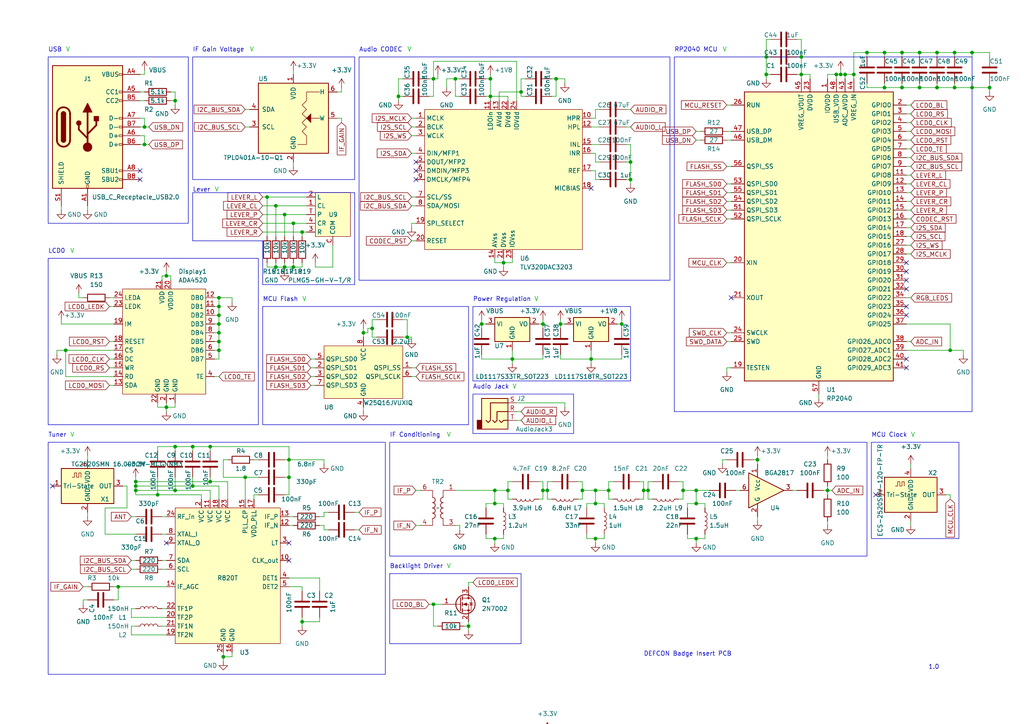
<source format=kicad_sch>
(kicad_sch (version 20230121) (generator eeschema)
  (paper "A4")
  (lib_symbols
    (symbol "Connector:USB_C_Receptacle_USB2.0" (pin_names (offset 1.016))
      (property "Reference" "J" (at -10.16 19.05 0))
      (property "Value" "USB_C_Receptacle_USB2.0" (at 19.05 19.05 0))
      (symbol "USB_C_Receptacle_USB2.0_1_1"
        (pin passive line (at 0 -22.86 90) (length 5.08) (name "GND") (number "A1"))
        (pin passive line (at 0 -22.86 90) (length 5.08) hide (name "GND") (number "A12"))
        (pin passive line (at 15.24 15.24 180) (length 5.08) (name "VBUS") (number "A4"))
        (pin bidirectional line (at 15.24 10.16 180) (length 5.08) (name "CC1") (number "A5"))
        (pin bidirectional line (at 15.24 -2.54 180) (length 5.08) (name "D+") (number "A6"))
        (pin bidirectional line (at 15.24 2.54 180) (length 5.08) (name "D-") (number "A7"))
        (pin bidirectional line (at 15.24 -12.7 180) (length 5.08) (name "SBU1") (number "A8"))
        (pin passive line (at 15.24 15.24 180) (length 5.08) hide (name "VBUS") (number "A9"))
        (pin passive line (at 0 -22.86 90) (length 5.08) hide (name "GND") (number "B1"))
        (pin passive line (at 0 -22.86 90) (length 5.08) hide (name "GND") (number "B12"))
        (pin passive line (at 15.24 15.24 180) (length 5.08) hide (name "VBUS") (number "B4"))
        (pin bidirectional line (at 15.24 7.62 180) (length 5.08) (name "CC2") (number "B5"))
        (pin bidirectional line (at 15.24 -5.08 180) (length 5.08) (name "D+") (number "B6"))
        (pin bidirectional line (at 15.24 0 180) (length 5.08) (name "D-") (number "B7"))
        (pin bidirectional line (at 15.24 -15.24 180) (length 5.08) (name "SBU2") (number "B8"))
        (pin passive line (at 15.24 15.24 180) (length 5.08) hide (name "VBUS") (number "B9"))
        (pin passive line (at -7.62 -22.86 90) (length 5.08) (name "SHIELD") (number "S1"))
      )
    )
    (symbol "Connector_Audio:AudioJack3"
      (property "Reference" "J" (at 0 8.89 0))
      (property "Value" "AudioJack3" (at 0 6.35 0))
      (symbol "AudioJack3_1_1"
        (pin passive line (at 5.08 0 180) (length 2.54) (name "~") (number "R"))
        (pin passive line (at 5.08 2.54 180) (length 2.54) (name "~") (number "S"))
        (pin passive line (at 5.08 -2.54 180) (length 2.54) (name "~") (number "T"))
      )
    )
    (symbol "Device:C" (pin_numbers hide) (pin_names (offset 0.254))
      (property "Reference" "C" (at 0.635 2.54 0))
      (property "Value" "C" (at 0.635 -2.54 0))
      (symbol "C_1_1"
        (pin passive line (at 0 3.81 270) (length 2.794) (name "~") (number "1"))
        (pin passive line (at 0 -3.81 90) (length 2.794) (name "~") (number "2"))
      )
    )
    (symbol "Device:L" (pin_numbers hide) (pin_names (offset 1.016) hide)
      (property "Reference" "L" (at -1.27 0 90))
      (property "Value" "L" (at 1.905 0 90))
      (symbol "L_1_1"
        (pin passive line (at 0 3.81 270) (length 1.27) (name "1") (number "1"))
        (pin passive line (at 0 -3.81 90) (length 1.27) (name "2") (number "2"))
      )
    )
    (symbol "Device:R" (pin_numbers hide) (pin_names (offset 0))
      (property "Reference" "R" (at 2.032 0 90))
      (property "Value" "R" (at 0 0 90))
      (symbol "R_1_1"
        (pin passive line (at 0 3.81 270) (length 1.27) (name "~") (number "1"))
        (pin passive line (at 0 -3.81 90) (length 1.27) (name "~") (number "2"))
      )
    )
    (symbol "MCU_RaspberryPi:RP2040"
      (property "Reference" "U" (at 17.78 45.72 0))
      (property "Value" "RP2040" (at 17.78 43.18 0))
      (symbol "RP2040_1_1"
        (pin power_in line (at 2.54 45.72 270) (length 3.81) (name "IOVDD") (number "1"))
        (pin passive line (at 2.54 45.72 270) (length 3.81) hide (name "IOVDD") (number "10"))
        (pin bidirectional line (at 25.4 17.78 180) (length 3.81) (name "GPIO8") (number "11"))
        (pin bidirectional line (at 25.4 15.24 180) (length 3.81) (name "GPIO9") (number "12"))
        (pin bidirectional line (at 25.4 12.7 180) (length 3.81) (name "GPIO10") (number "13"))
        (pin bidirectional line (at 25.4 10.16 180) (length 3.81) (name "GPIO11") (number "14"))
        (pin bidirectional line (at 25.4 7.62 180) (length 3.81) (name "GPIO12") (number "15"))
        (pin bidirectional line (at 25.4 5.08 180) (length 3.81) (name "GPIO13") (number "16"))
        (pin bidirectional line (at 25.4 2.54 180) (length 3.81) (name "GPIO14") (number "17"))
        (pin bidirectional line (at 25.4 0 180) (length 3.81) (name "GPIO15") (number "18"))
        (pin input line (at -25.4 -38.1 0) (length 3.81) (name "TESTEN") (number "19"))
        (pin bidirectional line (at 25.4 38.1 180) (length 3.81) (name "GPIO0") (number "2"))
        (pin input line (at -25.4 -7.62 0) (length 3.81) (name "XIN") (number "20"))
        (pin passive line (at -25.4 -17.78 0) (length 3.81) (name "XOUT") (number "21"))
        (pin passive line (at 2.54 45.72 270) (length 3.81) hide (name "IOVDD") (number "22"))
        (pin power_in line (at -2.54 45.72 270) (length 3.81) (name "DVDD") (number "23"))
        (pin input line (at -25.4 -27.94 0) (length 3.81) (name "SWCLK") (number "24"))
        (pin bidirectional line (at -25.4 -30.48 0) (length 3.81) (name "SWD") (number "25"))
        (pin input line (at -25.4 38.1 0) (length 3.81) (name "RUN") (number "26"))
        (pin bidirectional line (at 25.4 -2.54 180) (length 3.81) (name "GPIO16") (number "27"))
        (pin bidirectional line (at 25.4 -5.08 180) (length 3.81) (name "GPIO17") (number "28"))
        (pin bidirectional line (at 25.4 -7.62 180) (length 3.81) (name "GPIO18") (number "29"))
        (pin bidirectional line (at 25.4 35.56 180) (length 3.81) (name "GPIO1") (number "3"))
        (pin bidirectional line (at 25.4 -10.16 180) (length 3.81) (name "GPIO19") (number "30"))
        (pin bidirectional line (at 25.4 -12.7 180) (length 3.81) (name "GPIO20") (number "31"))
        (pin bidirectional line (at 25.4 -15.24 180) (length 3.81) (name "GPIO21") (number "32"))
        (pin passive line (at 2.54 45.72 270) (length 3.81) hide (name "IOVDD") (number "33"))
        (pin bidirectional line (at 25.4 -17.78 180) (length 3.81) (name "GPIO22") (number "34"))
        (pin bidirectional line (at 25.4 -20.32 180) (length 3.81) (name "GPIO23") (number "35"))
        (pin bidirectional line (at 25.4 -22.86 180) (length 3.81) (name "GPIO24") (number "36"))
        (pin bidirectional line (at 25.4 -25.4 180) (length 3.81) (name "GPIO25") (number "37"))
        (pin bidirectional line (at 25.4 -30.48 180) (length 3.81) (name "GPIO26_ADC0") (number "38"))
        (pin bidirectional line (at 25.4 -33.02 180) (length 3.81) (name "GPIO27_ADC1") (number "39"))
        (pin bidirectional line (at 25.4 33.02 180) (length 3.81) (name "GPIO2") (number "4"))
        (pin bidirectional line (at 25.4 -35.56 180) (length 3.81) (name "GPIO28_ADC2") (number "40"))
        (pin bidirectional line (at 25.4 -38.1 180) (length 3.81) (name "GPIO29_ADC3") (number "41"))
        (pin passive line (at 2.54 45.72 270) (length 3.81) hide (name "IOVDD") (number "42"))
        (pin power_in line (at 7.62 45.72 270) (length 3.81) (name "ADC_AVDD") (number "43"))
        (pin power_in line (at 10.16 45.72 270) (length 3.81) (name "VREG_IN") (number "44"))
        (pin power_out line (at -5.08 45.72 270) (length 3.81) (name "VREG_VOUT") (number "45"))
        (pin bidirectional line (at -25.4 27.94 0) (length 3.81) (name "USB_DM") (number "46"))
        (pin bidirectional line (at -25.4 30.48 0) (length 3.81) (name "USB_DP") (number "47"))
        (pin power_in line (at 5.08 45.72 270) (length 3.81) (name "USB_VDD") (number "48"))
        (pin passive line (at 2.54 45.72 270) (length 3.81) hide (name "IOVDD") (number "49"))
        (pin bidirectional line (at 25.4 30.48 180) (length 3.81) (name "GPIO3") (number "5"))
        (pin passive line (at -2.54 45.72 270) (length 3.81) hide (name "DVDD") (number "50"))
        (pin bidirectional line (at -25.4 7.62 0) (length 3.81) (name "QSPI_SD3") (number "51"))
        (pin output line (at -25.4 5.08 0) (length 3.81) (name "QSPI_SCLK") (number "52"))
        (pin bidirectional line (at -25.4 15.24 0) (length 3.81) (name "QSPI_SD0") (number "53"))
        (pin bidirectional line (at -25.4 10.16 0) (length 3.81) (name "QSPI_SD2") (number "54"))
        (pin bidirectional line (at -25.4 12.7 0) (length 3.81) (name "QSPI_SD1") (number "55"))
        (pin bidirectional line (at -25.4 20.32 0) (length 3.81) (name "QSPI_SS") (number "56"))
        (pin power_in line (at 0 -45.72 90) (length 3.81) (name "GND") (number "57"))
        (pin bidirectional line (at 25.4 27.94 180) (length 3.81) (name "GPIO4") (number "6"))
        (pin bidirectional line (at 25.4 25.4 180) (length 3.81) (name "GPIO5") (number "7"))
        (pin bidirectional line (at 25.4 22.86 180) (length 3.81) (name "GPIO6") (number "8"))
        (pin bidirectional line (at 25.4 20.32 180) (length 3.81) (name "GPIO7") (number "9"))
      )
    )
    (symbol "Oscillator:ECS-2520MV-xxx-xx"
      (property "Reference" "X" (at -5.08 6.35 0))
      (property "Value" "ECS-2520MV-xxx-xx" (at 1.27 -6.35 0))
      (symbol "ECS-2520MV-xxx-xx_1_1"
        (pin input line (at -10.16 0 0) (length 2.54) (name "Tri-State") (number "1"))
        (pin power_in line (at 0 -7.62 90) (length 2.54) (name "GND") (number "2"))
        (pin output line (at 10.16 0 180) (length 2.54) (name "OUT") (number "3"))
        (pin power_in line (at 0 7.62 270) (length 2.54) (name "VDD") (number "4"))
      )
    )
    (symbol "Potentiometer_Digital:TPL0401A-10-Q1" (pin_names (offset 1.016))
      (property "Reference" "U" (at -10.16 11.43 0))
      (property "Value" "TPL0401A-10-Q1" (at 1.27 11.43 0))
      (symbol "TPL0401A-10-Q1_1_1"
        (pin power_in line (at 0 12.7 270) (length 2.54) (name "VDD") (number "1"))
        (pin power_in line (at 0 -12.7 90) (length 2.54) (name "GND") (number "2"))
        (pin input line (at -12.7 -2.54 0) (length 2.54) (name "SCL") (number "3"))
        (pin bidirectional line (at -12.7 2.54 0) (length 2.54) (name "SDA") (number "4"))
        (pin passive line (at 12.7 0 180) (length 2.54) (name "W") (number "5"))
        (pin passive line (at 12.7 7.62 180) (length 2.54) (name "H") (number "6"))
      )
    )
    (symbol "RF_Amplifier:BGA2817"
      (property "Reference" "U" (at 2.54 6.35 0))
      (property "Value" "BGA2817" (at 3.81 3.81 0))
      (symbol "BGA2817_1_1"
        (pin power_in line (at -2.54 7.62 270) (length 3.81) (name "Vcc") (number "1"))
        (pin power_in line (at -2.54 -7.62 90) (length 3.81) (name "G") (number "2"))
        (pin output line (at 7.62 0 180) (length 2.54) (name "~") (number "3"))
        (pin passive line (at -2.54 -7.62 90) (length 3.81) hide (name "G") (number "4"))
        (pin passive line (at -2.54 -7.62 90) (length 3.81) hide (name "G") (number "5"))
        (pin input line (at -7.62 0 0) (length 2.54) (name "~") (number "6"))
      )
    )
    (symbol "Regulator_Linear:LD1117S18TR_SOT223"
      (property "Reference" "U" (at -3.81 3.175 0))
      (property "Value" "LD1117S18TR_SOT223" (at 0 3.175 0))
      (symbol "LD1117S18TR_SOT223_1_1"
        (pin power_in line (at 0 -7.62 90) (length 2.54) (name "GND") (number "1"))
        (pin power_out line (at 7.62 0 180) (length 2.54) (name "VO") (number "2"))
        (pin power_in line (at -7.62 0 0) (length 2.54) (name "VI") (number "3"))
      )
    )
    (symbol "Regulator_Linear:LD1117S33TR_SOT223"
      (property "Reference" "U" (at -3.81 3.175 0))
      (property "Value" "LD1117S33TR_SOT223" (at 0 3.175 0))
      (symbol "LD1117S33TR_SOT223_1_1"
        (pin power_in line (at 0 -7.62 90) (length 2.54) (name "GND") (number "1"))
        (pin power_out line (at 7.62 0 180) (length 2.54) (name "VO") (number "2"))
        (pin power_in line (at -7.62 0 0) (length 2.54) (name "VI") (number "3"))
      )
    )
    (symbol "Switch:SW_SPST" (pin_names (offset 0) hide)
      (property "Reference" "SW" (at 0 3.175 0))
      (property "Value" "SW_SPST" (at 0 -2.54 0))
      (symbol "SW_SPST_1_1"
        (pin passive line (at -5.08 0 0) (length 2.54) (name "A") (number "1"))
        (pin passive line (at 5.08 0 180) (length 2.54) (name "B") (number "2"))
      )
    )
    (symbol "Transistor_FET:2N7002" (pin_names hide)
      (property "Reference" "Q" (at 5.08 1.905 0))
      (property "Value" "2N7002" (at 5.08 0 0))
      (symbol "2N7002_1_1"
        (pin input line (at -5.08 0 0) (length 2.54) (name "G") (number "1"))
        (pin passive line (at 2.54 -5.08 90) (length 2.54) (name "S") (number "2"))
        (pin passive line (at 2.54 5.08 270) (length 2.54) (name "D") (number "3"))
      )
    )
    (symbol "dc_sdr:ADA4520"
      (property "Reference" "U" (at 0 -1.27 0))
      (property "Value" "ADA4520" (at 0 1.27 0))
      (symbol "ADA4520_1_1"
        (pin power_in line (at 2.54 -17.78 90) (length 2.54) (name "GND") (number "1"))
        (pin input line (at 13.97 7.62 180) (length 2.54) (name "DB2") (number "10"))
        (pin input line (at 13.97 10.16 180) (length 2.54) (name "DB1") (number "11"))
        (pin input line (at 13.97 12.7 180) (length 2.54) (name "DB0") (number "12"))
        (pin input line (at -15.24 -12.7 0) (length 2.54) (name "SDA") (number "13"))
        (pin input line (at -15.24 -10.16 0) (length 2.54) (name "RD") (number "14"))
        (pin input line (at -15.24 -7.62 0) (length 2.54) (name "WR") (number "15"))
        (pin input line (at -15.24 -5.08 0) (length 2.54) (name "DC") (number "16"))
        (pin input line (at -15.24 -2.54 0) (length 2.54) (name "CS") (number "17"))
        (pin input line (at -15.24 0 0) (length 2.54) (name "RESET") (number "18"))
        (pin input line (at -15.24 5.08 0) (length 2.54) (name "IM") (number "19"))
        (pin power_in line (at 0 -17.78 90) (length 2.54) (name "GND") (number "2"))
        (pin power_in line (at 1.27 17.78 270) (length 2.54) (name "VDDIO") (number "20"))
        (pin power_in line (at -1.27 17.78 270) (length 2.54) (name "VDD") (number "21"))
        (pin power_in line (at -2.54 -17.78 90) (length 2.54) (name "GND") (number "22"))
        (pin input line (at -15.24 10.16 0) (length 2.54) (name "LEDK") (number "23"))
        (pin input line (at -15.24 12.7 0) (length 2.54) (name "LEDA") (number "24"))
        (pin input line (at 13.97 -10.16 180) (length 2.54) (name "TE") (number "4"))
        (pin input line (at 13.97 -5.08 180) (length 2.54) (name "DB7") (number "5"))
        (pin input line (at 13.97 -2.54 180) (length 2.54) (name "DB6") (number "6"))
        (pin input line (at 13.97 0 180) (length 2.54) (name "DB5") (number "7"))
        (pin input line (at 13.97 2.54 180) (length 2.54) (name "DB4") (number "8"))
        (pin input line (at 13.97 5.08 180) (length 2.54) (name "DB3") (number "9"))
      )
    )
    (symbol "dc_sdr:PLMG5-GH-V-T/R"
      (property "Reference" "U" (at 0 5.08 0))
      (symbol "PLMG5-GH-V-T/R_1_1"
        (pin bidirectional line (at -7.62 2.54 0) (length 2.54) (name "CL") (number "1"))
        (pin bidirectional line (at -7.62 5.08 0) (length 2.54) (name "L") (number "2"))
        (pin bidirectional line (at -7.62 -5.08 0) (length 2.54) (name "R") (number "3"))
        (pin bidirectional line (at -7.62 -2.54 0) (length 2.54) (name "CR") (number "4"))
        (pin bidirectional line (at 0 -8.89 90) (length 2.54) (name "COM") (number "C"))
        (pin bidirectional line (at -7.62 0 0) (length 2.54) (name "P") (number "T"))
      )
    )
    (symbol "dc_sdr:R820T"
      (property "Reference" "U" (at 0 -1.27 0))
      (property "Value" "R820T" (at 0 1.27 0))
      (symbol "R820T_1_1"
        (pin output line (at 17.78 5.08 180) (length 2.54) (name "CLK_out") (number "10"))
        (pin power_in line (at -5.08 22.86 270) (length 2.54) (name "VCC") (number "11"))
        (pin output line (at 17.78 15.24 180) (length 2.54) (name "IF_N") (number "12"))
        (pin output line (at 17.78 17.78 180) (length 2.54) (name "IF_P") (number "13"))
        (pin output line (at -17.78 -2.54 0) (length 2.54) (name "IF_AGC") (number "14"))
        (pin bidirectional line (at 5.08 22.86 270) (length 2.54) (name "PLL_CP") (number "15"))
        (pin power_in line (at 1.27 -21.59 90) (length 2.54) (name "GND") (number "16"))
        (pin bidirectional line (at 7.62 22.86 270) (length 2.54) (name "VDD_PLL") (number "17"))
        (pin power_in line (at -2.54 22.86 270) (length 2.54) (name "VCC") (number "18"))
        (pin output line (at -17.78 -16.51 0) (length 2.54) (name "TF2N") (number "19"))
        (pin power_in line (at -7.62 22.86 270) (length 2.54) (name "VCC") (number "2"))
        (pin output line (at -17.78 -11.43 0) (length 2.54) (name "TF2P") (number "20"))
        (pin output line (at -17.78 -13.97 0) (length 2.54) (name "TF1N") (number "21"))
        (pin output line (at -17.78 -8.89 0) (length 2.54) (name "TF1P") (number "22"))
        (pin power_in line (at 0 22.86 270) (length 2.54) (name "VCC") (number "23"))
        (pin input line (at -17.78 17.78 0) (length 2.54) (name "RF_in") (number "24"))
        (pin power_in line (at -1.27 -21.59 90) (length 2.54) (name "GND") (number "25"))
        (pin output line (at 17.78 10.16 180) (length 2.54) (name "LT") (number "3"))
        (pin output line (at 17.78 0 180) (length 2.54) (name "DET1") (number "4"))
        (pin output line (at 17.78 -2.54 180) (length 2.54) (name "DET2") (number "5"))
        (pin input line (at -17.78 2.54 0) (length 2.54) (name "SCL") (number "6"))
        (pin bidirectional line (at -17.78 5.08 0) (length 2.54) (name "SDA") (number "7"))
        (pin input line (at -17.78 12.7 0) (length 2.54) (name "XTAL_I") (number "8"))
        (pin output line (at -17.78 10.16 0) (length 2.54) (name "XTAL_O") (number "9"))
      )
    )
    (symbol "dc_sdr:TC1-6X+"
      (property "Reference" "TR" (at 0 0 0))
      (symbol "TC1-6X+_1_1"
        (pin passive line (at 5.08 5.08 180) (length 2.54) (name "~") (number "1"))
        (pin passive line (at 5.08 -5.08 180) (length 2.54) (name "~") (number "3"))
        (pin passive line (at -5.08 -5.08 0) (length 2.54) (name "~") (number "4"))
        (pin passive line (at -5.08 5.08 0) (length 2.54) (name "~") (number "6"))
      )
    )
    (symbol "dc_sdr:TLV320DAC3203"
      (property "Reference" "U" (at 0 -1.27 0))
      (property "Value" "TLV320DAC3203" (at 0 1.27 0))
      (symbol "TLV320DAC3203_1_1"
        (pin input line (at -25.4 17.78 0) (length 2.54) (name "MCLK") (number "1"))
        (pin output line (at 25.4 17.78 180) (length 2.54) (name "HPR") (number "10"))
        (pin power_in line (at -3.81 22.86 270) (length 2.54) (name "LDOin") (number "11"))
        (pin output line (at 25.4 15.24 180) (length 2.54) (name "HPL") (number "12"))
        (pin power_in line (at -1.27 22.86 270) (length 2.54) (name "AVdd") (number "13"))
        (pin power_in line (at -2.54 -22.86 90) (length 2.54) (name "AVss") (number "14"))
        (pin input line (at 25.4 10.16 180) (length 2.54) (name "INL") (number "15"))
        (pin input line (at 25.4 7.62 180) (length 2.54) (name "INR") (number "16"))
        (pin output line (at 25.4 2.54 180) (length 2.54) (name "REF") (number "17"))
        (pin output line (at 25.4 -2.54 180) (length 2.54) (name "MICBIAS") (number "18"))
        (pin input line (at -25.4 -12.7 0) (length 2.54) (name "SPI_SELECT") (number "19"))
        (pin bidirectional line (at -25.4 15.24 0) (length 2.54) (name "BCLK") (number "2"))
        (pin input line (at -25.4 -17.78 0) (length 2.54) (name "RESET") (number "20"))
        (pin power_in line (at 0 -22.86 90) (length 2.54) (name "DVss") (number "21"))
        (pin power_in line (at 1.27 22.86 270) (length 2.54) (name "DVdd") (number "22"))
        (pin power_in line (at 2.54 -22.86 90) (length 2.54) (name "IOVss") (number "23"))
        (pin power_in line (at 3.81 22.86 270) (length 2.54) (name "IOVdd") (number "24"))
        (pin bidirectional line (at -25.4 12.7 0) (length 2.54) (name "WCLK") (number "3"))
        (pin input line (at -25.4 7.62 0) (length 2.54) (name "DIN/MFP1") (number "4"))
        (pin output line (at -25.4 5.08 0) (length 2.54) (name "DOUT/MFP2") (number "5"))
        (pin input line (at -25.4 2.54 0) (length 2.54) (name "DMDIN/MFP3") (number "6"))
        (pin input line (at -25.4 -5.08 0) (length 2.54) (name "SCL/SS") (number "7"))
        (pin bidirectional line (at -25.4 -7.62 0) (length 2.54) (name "SDA/MOSI") (number "8"))
        (pin input line (at -25.4 0 0) (length 2.54) (name "DMCLK/MFP4") (number "9"))
      )
    )
    (symbol "dc_sdr:W25Q16JVUXIQ"
      (property "Reference" "U" (at -10.16 -8.89 0))
      (property "Value" "W25Q16JVUXIQ" (at -10.16 8.89 0))
      (symbol "W25Q16JVUXIQ_1_1"
        (pin input line (at 13.97 1.27 180) (length 2.54) (name "QSPI_SS") (number "1"))
        (pin bidirectional line (at -13.97 1.27 0) (length 2.54) (name "QSPI_SD1") (number "2"))
        (pin bidirectional line (at -13.97 -1.27 0) (length 2.54) (name "QSPI_SD2") (number "3"))
        (pin power_in line (at 0 -10.16 90) (length 2.54) (name "GND") (number "4"))
        (pin bidirectional line (at -13.97 3.81 0) (length 2.54) (name "QSPI_SD0") (number "5"))
        (pin input line (at 13.97 -1.27 180) (length 2.54) (name "QSPI_SCLK") (number "6"))
        (pin bidirectional line (at -13.97 -3.81 0) (length 2.54) (name "QSPI_SD3") (number "7"))
        (pin power_in line (at 0 10.16 270) (length 2.54) (name "VCC") (number "8"))
      )
    )
    (symbol "dc_sdr:WS2812B-2020"
      (property "Reference" "D" (at 0 0 0))
      (property "Value" "WS2812B-2020" (at 0 0 0))
      (symbol "WS2812B-2020_0_0"
        (text "RGB" (at 2.286 -4.191 0) (effects (font (size 0.762 0.762))))
      )
      (symbol "WS2812B-2020_1_1"
        (pin output line (at 7.62 0 180) (length 2.54) (name "DOUT") (number "1"))
        (pin power_in line (at 0 -7.62 90) (length 2.54) (name "VSS") (number "2"))
        (pin input line (at -7.62 0 0) (length 2.54) (name "DIN") (number "3"))
        (pin power_in line (at 0 7.62 270) (length 2.54) (name "VDD") (number "4"))
      )
    )
    (symbol "power:+1V8" (power) (pin_names (offset 0))
      (property "Value" "+1V8" (at 0 3.556 0))
      (symbol "+1V8_1_1"
        (pin power_in line (at 0 0 90) (length 0) hide (name "+1V8") (number "1"))
      )
    )
    (symbol "power:+3.3V" (power) (pin_names (offset 0))
      (property "Value" "+3.3V" (at 0 3.556 0))
      (symbol "+3.3V_1_1"
        (pin power_in line (at 0 0 90) (length 0) hide (name "+3.3V") (number "1"))
      )
    )
    (symbol "power:GND" (power) (pin_names (offset 0))
      (property "Value" "GND" (at 0 -3.81 0))
      (symbol "GND_1_1"
        (pin power_in line (at 0 0 270) (length 0) hide (name "GND") (number "1"))
      )
    )
    (symbol "power:VBUS" (power) (pin_names (offset 0))
      (property "Value" "VBUS" (at 0 3.81 0))
      (symbol "VBUS_1_1"
        (pin power_in line (at 0 0 90) (length 0) hide (name "VBUS") (number "1"))
      )
    )
  )
  (junction (at 107.95 232.41))
  (junction (at 48.26 118.11))
  (junction (at 158.75 142.24))
  (junction (at 105.41 96.52))
  (junction (at 158.75 222.25))
  (junction (at 85.09 77.47))
  (junction (at 232.41 21.59))
  (junction (at 82.55 77.47))
  (junction (at 261.62 15.24))
  (junction (at 222.25 21.59))
  (junction (at 87.63 67.31))
  (junction (at 201.93 156.21))
  (junction (at 142.24 27.94))
  (junction (at 222.25 16.51))
  (junction (at 82.55 62.23))
  (junction (at 74.93 232.41))
  (junction (at 71.12 138.43))
  (junction (at 83.82 138.43))
  (junction (at 187.96 142.24))
  (junction (at 63.5 96.52))
  (junction (at 271.78 15.24))
  (junction (at 55.88 129.54))
  (junction (at 146.05 76.2))
  (junction (at 143.51 146.05))
  (junction (at 60.96 129.54))
  (junction (at 63.5 93.98))
  (junction (at 60.96 139.7))
  (junction (at 276.86 15.24))
  (junction (at 171.45 222.25))
  (junction (at 247.65 21.59))
  (junction (at 162.56 93.98))
  (junction (at 39.37 140.97))
  (junction (at 201.93 142.24))
  (junction (at 63.5 86.36))
  (junction (at 34.29 170.18))
  (junction (at 157.48 93.98))
  (junction (at 266.7 15.24))
  (junction (at 139.7 93.98))
  (junction (at 80.01 59.69))
  (junction (at 168.91 142.24))
  (junction (at 77.47 57.15))
  (junction (at 50.8 129.54))
  (junction (at 55.88 140.97))
  (junction (at 245.11 21.59))
  (junction (at 124.46 250.19))
  (junction (at 39.37 139.7))
  (junction (at 107.95 95.25))
  (junction (at 80.01 77.47))
  (junction (at 147.32 142.24))
  (junction (at 182.88 46.99))
  (junction (at 58.42 232.41))
  (junction (at 48.26 80.01))
  (junction (at 45.72 143.51))
  (junction (at 261.62 25.4))
  (junction (at 182.88 52.07))
  (junction (at 148.59 104.14))
  (junction (at 186.69 142.24))
  (junction (at 63.5 91.44))
  (junction (at 157.48 142.24))
  (junction (at 64.77 190.5))
  (junction (at 115.57 27.94))
  (junction (at 142.24 22.86))
  (junction (at 243.84 21.59))
  (junction (at 266.7 25.4))
  (junction (at 39.37 142.24))
  (junction (at 171.45 104.14))
  (junction (at 172.72 142.24))
  (junction (at 256.54 15.24))
  (junction (at 63.5 88.9))
  (junction (at 271.78 25.4))
  (junction (at 281.94 25.4))
  (junction (at 143.51 142.24))
  (junction (at 41.91 41.91))
  (junction (at 50.8 142.24))
  (junction (at 87.63 180.34))
  (junction (at 132.08 22.86))
  (junction (at 256.54 25.4))
  (junction (at 161.29 22.86))
  (junction (at 251.46 15.24))
  (junction (at 118.11 97.79))
  (junction (at 63.5 99.06))
  (junction (at 180.34 93.98))
  (junction (at 83.82 133.35))
  (junction (at 176.53 142.24))
  (junction (at 124.46 214.63))
  (junction (at 143.51 156.21))
  (junction (at 172.72 156.21))
  (junction (at 276.86 25.4))
  (junction (at 74.93 214.63))
  (junction (at 219.71 133.35))
  (junction (at 240.03 142.24))
  (junction (at 107.95 214.63))
  (junction (at 41.91 36.83))
  (junction (at 201.93 146.05))
  (junction (at 125.73 22.86))
  (junction (at 172.72 146.05))
  (junction (at 135.89 181.61))
  (junction (at 287.02 25.4))
  (junction (at 91.44 214.63))
  (junction (at 125.73 175.26))
  (junction (at 85.09 64.77))
  (junction (at 91.44 250.19))
  (junction (at 19.05 101.6))
  (junction (at 124.46 232.41))
  (junction (at 91.44 232.41))
  (junction (at 242.57 21.59))
  (junction (at 281.94 15.24))
  (junction (at 275.59 101.6))
  (junction (at 195.58 219.71))
  (junction (at 63.5 101.6))
  (junction (at 107.95 250.19))
  (junction (at 198.12 142.24))
  (junction (at 50.8 29.21))
  (junction (at 232.41 16.51))
  (junction (at 151.13 26.67))
  (no_connect (at 120.65 46.99))
  (no_connect (at 262.89 106.68))
  (no_connect (at 262.89 81.28))
  (no_connect (at 262.89 88.9))
  (no_connect (at 262.89 104.14))
  (no_connect (at 120.65 49.53))
  (no_connect (at 83.82 157.48))
  (no_connect (at 83.82 162.56))
  (no_connect (at 120.65 52.07))
  (no_connect (at 262.89 91.44))
  (no_connect (at 40.64 52.07))
  (no_connect (at 262.89 83.82))
  (no_connect (at 262.89 76.2))
  (no_connect (at 83.82 241.3))
  (no_connect (at 171.45 54.61))
  (no_connect (at 254 143.51))
  (no_connect (at 262.89 78.74))
  (no_connect (at 48.26 157.48))
  (no_connect (at 40.64 49.53))
  (no_connect (at 15.24 140.97))
  (no_connect (at 212.09 86.36))
  (wire (pts (xy 171.45 101.6) (xy 171.45 104.14)))
  (polyline (pts (xy 55.88 55.88) (xy 102.87 55.88)))
  (wire (pts (xy 46.99 81.28) (xy 46.99 80.01)))
  (wire (pts (xy 218.44 133.35) (xy 219.71 133.35)))
  (wire (pts (xy 222.25 16.51) (xy 222.25 21.59)))
  (wire (pts (xy 143.51 156.21) (xy 146.05 156.21)))
  (wire (pts (xy 107.95 92.71) (xy 109.22 92.71)))
  (wire (pts (xy 39.37 181.61) (xy 38.1 181.61)))
  (wire (pts (xy 83.82 133.35) (xy 82.55 133.35)))
  (wire (pts (xy 92.71 152.4) (xy 93.98 152.4)))
  (wire (pts (xy 158.75 144.78) (xy 160.02 144.78)))
  (wire (pts (xy 172.72 52.07) (xy 173.99 52.07)))
  (wire (pts (xy 144.78 29.21) (xy 144.78 26.67)))
  (wire (pts (xy 172.72 156.21) (xy 175.26 156.21)))
  (wire (pts (xy 157.48 93.98) (xy 157.48 95.25)))
  (wire (pts (xy 262.89 53.34) (xy 264.16 53.34)))
  (wire (pts (xy 39.37 139.7) (xy 60.96 139.7)))
  (wire (pts (xy 168.91 144.78) (xy 167.64 144.78)))
  (wire (pts (xy 119.38 34.29) (xy 120.65 34.29)))
  (wire (pts (xy 191.77 229.87) (xy 191.77 228.6)))
  (wire (pts (xy 271.78 15.24) (xy 276.86 15.24)))
  (wire (pts (xy 17.78 59.69) (xy 17.78 60.96)))
  (wire (pts (xy 106.68 96.52) (xy 106.68 95.25)))
  (wire (pts (xy 132.08 22.86) (xy 133.35 22.86)))
  (wire (pts (xy 62.23 96.52) (xy 63.5 96.52)))
  (wire (pts (xy 76.2 62.23) (xy 82.55 62.23)))
  (wire (pts (xy 124.46 214.63) (xy 124.46 215.9)))
  (wire (pts (xy 152.4 27.94) (xy 151.13 27.94)))
  (wire (pts (xy 62.23 101.6) (xy 63.5 101.6)))
  (wire (pts (xy 125.73 17.78) (xy 125.73 22.86)))
  (wire (pts (xy 39.37 139.7) (xy 39.37 140.97)))
  (wire (pts (xy 146.05 76.2) (xy 143.51 76.2)))
  (wire (pts (xy 186.69 144.78) (xy 185.42 144.78)))
  (wire (pts (xy 213.36 142.24) (xy 214.63 142.24)))
  (wire (pts (xy 261.62 15.24) (xy 266.7 15.24)))
  (wire (pts (xy 118.11 92.71) (xy 118.11 97.79)))
  (wire (pts (xy 172.72 49.53) (xy 172.72 52.07)))
  (wire (pts (xy 148.59 76.2) (xy 146.05 76.2)))
  (wire (pts (xy 139.7 92.71) (xy 139.7 93.98)))
  (wire (pts (xy 139.7 93.98) (xy 139.7 95.25)))
  (wire (pts (xy 199.39 154.94) (xy 199.39 156.21)))
  (wire (pts (xy 83.82 129.54) (xy 83.82 133.35)))
  (wire (pts (xy 107.95 232.41) (xy 124.46 232.41)))
  (wire (pts (xy 158.75 220.98) (xy 158.75 222.25)))
  (wire (pts (xy 149.86 29.21) (xy 149.86 17.78)))
  (wire (pts (xy 105.41 118.11) (xy 105.41 119.38)))
  (wire (pts (xy 223.52 21.59) (xy 222.25 21.59)))
  (wire (pts (xy 91.44 214.63) (xy 91.44 215.9)))
  (wire (pts (xy 91.44 232.41) (xy 91.44 233.68)))
  (wire (pts (xy 33.02 101.6) (xy 19.05 101.6)))
  (wire (pts (xy 38.1 181.61) (xy 38.1 184.15)))
  (wire (pts (xy 172.72 146.05) (xy 175.26 146.05)))
  (wire (pts (xy 140.97 22.86) (xy 142.24 22.86)))
  (wire (pts (xy 66.04 133.35) (xy 64.77 133.35)))
  (wire (pts (xy 77.47 77.47) (xy 80.01 77.47)))
  (wire (pts (xy 105.41 96.52) (xy 105.41 97.79)))
  (wire (pts (xy 96.52 77.47) (xy 96.52 71.12)))
  (wire (pts (xy 99.06 241.3) (xy 100.33 241.3)))
  (wire (pts (xy 48.26 118.11) (xy 48.26 119.38)))
  (wire (pts (xy 48.26 80.01) (xy 49.53 80.01)))
  (wire (pts (xy 158.75 231.14) (xy 160.02 231.14)))
  (wire (pts (xy 85.09 76.2) (xy 85.09 77.47)))
  (wire (pts (xy 74.93 214.63) (xy 74.93 215.9)))
  (wire (pts (xy 264.16 151.13) (xy 264.16 152.4)))
  (wire (pts (xy 139.7 102.87) (xy 139.7 104.14)))
  (wire (pts (xy 171.45 104.14) (xy 180.34 104.14)))
  (wire (pts (xy 67.31 87.63) (xy 67.31 86.36)))
  (wire (pts (xy 281.94 16.51) (xy 281.94 15.24)))
  (wire (pts (xy 200.66 219.71) (xy 195.58 219.71)))
  (wire (pts (xy 24.13 173.99) (xy 24.13 175.26)))
  (wire (pts (xy 60.96 130.81) (xy 60.96 129.54)))
  (wire (pts (xy 262.89 99.06) (xy 264.16 99.06)))
  (wire (pts (xy 262.89 48.26) (xy 264.16 48.26)))
  (wire (pts (xy 262.89 71.12) (xy 264.16 71.12)))
  (wire (pts (xy 76.2 64.77) (xy 85.09 64.77)))
  (wire (pts (xy 39.37 142.24) (xy 39.37 143.51)))
  (wire (pts (xy 90.17 109.22) (xy 91.44 109.22)))
  (wire (pts (xy 151.13 22.86) (xy 152.4 22.86)))
  (wire (pts (xy 99.06 26.67) (xy 97.79 26.67)))
  (wire (pts (xy 156.21 93.98) (xy 157.48 93.98)))
  (wire (pts (xy 67.31 189.23) (xy 67.31 190.5)))
  (wire (pts (xy 41.91 39.37) (xy 41.91 41.91)))
  (wire (pts (xy 143.51 146.05) (xy 146.05 146.05)))
  (wire (pts (xy 80.01 59.69) (xy 80.01 68.58)))
  (wire (pts (xy 157.48 92.71) (xy 157.48 93.98)))
  (wire (pts (xy 262.89 38.1) (xy 264.16 38.1)))
  (wire (pts (xy 40.64 36.83) (xy 41.91 36.83)))
  (wire (pts (xy 172.72 46.99) (xy 173.99 46.99)))
  (wire (pts (xy 133.35 152.4) (xy 132.08 152.4)))
  (wire (pts (xy 62.23 93.98) (xy 63.5 93.98)))
  (wire (pts (xy 93.98 153.67) (xy 95.25 153.67)))
  (wire (pts (xy 262.89 66.04) (xy 264.16 66.04)))
  (wire (pts (xy 31.75 106.68) (xy 33.02 106.68)))
  (wire (pts (xy 74.93 232.41) (xy 91.44 232.41)))
  (wire (pts (xy 49.53 29.21) (xy 50.8 29.21)))
  (wire (pts (xy 133.35 223.52) (xy 133.35 241.3)))
  (wire (pts (xy 266.7 24.13) (xy 266.7 25.4)))
  (wire (pts (xy 276.86 15.24) (xy 276.86 16.51)))
  (wire (pts (xy 147.32 142.24) (xy 147.32 144.78)))
  (wire (pts (xy 48.26 78.74) (xy 48.26 80.01)))
  (wire (pts (xy 17.78 93.98) (xy 33.02 93.98)))
  (wire (pts (xy 71.12 31.75) (xy 72.39 31.75)))
  (wire (pts (xy 107.95 214.63) (xy 107.95 215.9)))
  (wire (pts (xy 58.42 144.78) (xy 58.42 143.51)))
  (wire (pts (xy 99.06 34.29) (xy 99.06 35.56)))
  (wire (pts (xy 162.56 104.14) (xy 171.45 104.14)))
  (wire (pts (xy 66.04 144.78) (xy 66.04 139.7)))
  (wire (pts (xy 190.5 229.87) (xy 191.77 229.87)))
  (wire (pts (xy 119.38 44.45) (xy 120.65 44.45)))
  (wire (pts (xy 77.47 57.15) (xy 77.47 68.58)))
  (wire (pts (xy 38.1 149.86) (xy 39.37 149.86)))
  (wire (pts (xy 167.64 139.7) (xy 168.91 139.7)))
  (wire (pts (xy 262.89 68.58) (xy 264.16 68.58)))
  (wire (pts (xy 142.24 22.86) (xy 142.24 27.94)))
  (wire (pts (xy 83.82 138.43) (xy 83.82 133.35)))
  (wire (pts (xy 50.8 142.24) (xy 60.96 142.24)))
  (wire (pts (xy 82.55 62.23) (xy 82.55 68.58)))
  (wire (pts (xy 63.5 144.78) (xy 63.5 140.97)))
  (wire (pts (xy 55.88 140.97) (xy 63.5 140.97)))
  (wire (pts (xy 238.76 142.24) (xy 240.03 142.24)))
  (wire (pts (xy 39.37 138.43) (xy 39.37 139.7)))
  (wire (pts (xy 187.96 144.78) (xy 189.23 144.78)))
  (wire (pts (xy 63.5 86.36) (xy 63.5 88.9)))
  (wire (pts (xy 137.16 168.91) (xy 135.89 168.91)))
  (wire (pts (xy 275.59 101.6) (xy 262.89 101.6)))
  (wire (pts (xy 107.95 232.41) (xy 107.95 233.68)))
  (wire (pts (xy 251.46 15.24) (xy 247.65 15.24)))
  (wire (pts (xy 63.5 88.9) (xy 63.5 91.44)))
  (wire (pts (xy 22.86 86.36) (xy 22.86 85.09)))
  (wire (pts (xy 171.45 49.53) (xy 172.72 49.53)))
  (wire (pts (xy 176.53 142.24) (xy 176.53 144.78)))
  (wire (pts (xy 134.62 181.61) (xy 135.89 181.61)))
  (wire (pts (xy 261.62 15.24) (xy 261.62 16.51)))
  (wire (pts (xy 91.44 77.47) (xy 96.52 77.47)))
  (wire (pts (xy 46.99 80.01) (xy 48.26 80.01)))
  (wire (pts (xy 148.59 101.6) (xy 148.59 104.14)))
  (wire (pts (xy 162.56 93.98) (xy 162.56 95.25)))
  (wire (pts (xy 60.96 139.7) (xy 66.04 139.7)))
  (wire (pts (xy 149.86 121.92) (xy 151.13 121.92)))
  (wire (pts (xy 180.34 102.87) (xy 180.34 104.14)))
  (wire (pts (xy 129.54 22.86) (xy 132.08 22.86)))
  (wire (pts (xy 161.29 22.86) (xy 160.02 22.86)))
  (wire (pts (xy 256.54 15.24) (xy 256.54 16.51)))
  (wire (pts (xy 163.83 22.86) (xy 161.29 22.86)))
  (wire (pts (xy 157.48 222.25) (xy 158.75 222.25)))
  (wire (pts (xy 87.63 180.34) (xy 92.71 180.34)))
  (wire (pts (xy 210.82 96.52) (xy 212.09 96.52)))
  (wire (pts (xy 41.91 36.83) (xy 43.18 36.83)))
  (wire (pts (xy 62.23 91.44) (xy 63.5 91.44)))
  (wire (pts (xy 115.57 27.94) (xy 116.84 27.94)))
  (wire (pts (xy 91.44 231.14) (xy 91.44 232.41)))
  (wire (pts (xy 175.26 146.05) (xy 175.26 147.32)))
  (wire (pts (xy 177.8 139.7) (xy 176.53 139.7)))
  (wire (pts (xy 85.09 77.47) (xy 87.63 77.47)))
  (wire (pts (xy 210.82 133.35) (xy 209.55 133.35)))
  (wire (pts (xy 82.55 62.23) (xy 88.9 62.23)))
  (wire (pts (xy 210.82 60.96) (xy 212.09 60.96)))
  (wire (pts (xy 210.82 55.88) (xy 212.09 55.88)))
  (wire (pts (xy 229.87 142.24) (xy 231.14 142.24)))
  (wire (pts (xy 45.72 143.51) (xy 45.72 138.43)))
  (wire (pts (xy 45.72 129.54) (xy 45.72 130.81)))
  (wire (pts (xy 83.82 149.86) (xy 85.09 149.86)))
  (wire (pts (xy 172.72 34.29) (xy 172.72 31.75)))
  (wire (pts (xy 35.56 140.97) (xy 36.83 140.97)))
  (wire (pts (xy 146.05 146.05) (xy 146.05 147.32)))
  (wire (pts (xy 82.55 138.43) (xy 83.82 138.43)))
  (wire (pts (xy 182.88 46.99) (xy 181.61 46.99)))
  (wire (pts (xy 107.95 248.92) (xy 107.95 250.19)))
  (wire (pts (xy 90.17 106.68) (xy 91.44 106.68)))
  (wire (pts (xy 242.57 21.59) (xy 242.57 22.86)))
  (wire (pts (xy 262.89 43.18) (xy 264.16 43.18)))
  (wire (pts (xy 116.84 97.79) (xy 118.11 97.79)))
  (wire (pts (xy 201.93 146.05) (xy 204.47 146.05)))
  (wire (pts (xy 176.53 139.7) (xy 176.53 142.24)))
  (wire (pts (xy 262.89 55.88) (xy 264.16 55.88)))
  (wire (pts (xy 135.89 180.34) (xy 135.89 181.61)))
  (wire (pts (xy 63.5 99.06) (xy 63.5 101.6)))
  (wire (pts (xy 140.97 147.32) (xy 140.97 146.05)))
  (wire (pts (xy 146.05 76.2) (xy 146.05 77.47)))
  (wire (pts (xy 90.17 104.14) (xy 91.44 104.14)))
  (wire (pts (xy 125.73 181.61) (xy 127 181.61)))
  (wire (pts (xy 168.91 142.24) (xy 172.72 142.24)))
  (wire (pts (xy 281.94 24.13) (xy 281.94 25.4)))
  (wire (pts (xy 210.82 30.48) (xy 212.09 30.48)))
  (wire (pts (xy 240.03 151.13) (xy 240.03 152.4)))
  (wire (pts (xy 151.13 27.94) (xy 151.13 26.67)))
  (wire (pts (xy 124.46 214.63) (xy 107.95 214.63)))
  (wire (pts (xy 232.41 11.43) (xy 231.14 11.43)))
  (wire (pts (xy 64.77 190.5) (xy 64.77 191.77)))
  (wire (pts (xy 161.29 27.94) (xy 161.29 22.86)))
  (wire (pts (xy 46.99 165.1) (xy 48.26 165.1)))
  (wire (pts (xy 158.75 142.24) (xy 158.75 144.78)))
  (wire (pts (xy 107.95 97.79) (xy 107.95 95.25)))
  (wire (pts (xy 262.89 73.66) (xy 264.16 73.66)))
  (wire (pts (xy 50.8 129.54) (xy 45.72 129.54)))
  (wire (pts (xy 41.91 41.91) (xy 43.18 41.91)))
  (wire (pts (xy 156.21 139.7) (xy 157.48 139.7)))
  (wire (pts (xy 266.7 15.24) (xy 266.7 16.51)))
  (wire (pts (xy 262.89 86.36) (xy 264.16 86.36)))
  (wire (pts (xy 195.58 218.44) (xy 195.58 219.71)))
  (wire (pts (xy 39.37 140.97) (xy 55.88 140.97)))
  (wire (pts (xy 71.12 36.83) (xy 72.39 36.83)))
  (wire (pts (xy 91.44 214.63) (xy 74.93 214.63)))
  (wire (pts (xy 237.49 114.3) (xy 237.49 115.57)))
  (wire (pts (xy 232.41 21.59) (xy 232.41 16.51)))
  (wire (pts (xy 30.48 154.94) (xy 39.37 154.94)))
  (wire (pts (xy 85.09 64.77) (xy 88.9 64.77)))
  (wire (pts (xy 132.08 142.24) (xy 143.51 142.24)))
  (wire (pts (xy 67.31 86.36) (xy 63.5 86.36)))
  (wire (pts (xy 63.5 104.14) (xy 62.23 104.14)))
  (wire (pts (xy 36.83 140.97) (xy 36.83 147.32)))
  (wire (pts (xy 171.45 44.45) (xy 172.72 44.45)))
  (wire (pts (xy 172.72 142.24) (xy 172.72 146.05)))
  (wire (pts (xy 148.59 104.14) (xy 148.59 105.41)))
  (wire (pts (xy 87.63 76.2) (xy 87.63 77.47)))
  (wire (pts (xy 182.88 46.99) (xy 182.88 52.07)))
  (wire (pts (xy 251.46 25.4) (xy 256.54 25.4)))
  (wire (pts (xy 276.86 15.24) (xy 281.94 15.24)))
  (wire (pts (xy 39.37 140.97) (xy 39.37 142.24)))
  (wire (pts (xy 182.88 41.91) (xy 182.88 46.99)))
  (wire (pts (xy 19.05 101.6) (xy 19.05 109.22)))
  (wire (pts (xy 127 21.59) (xy 127 22.86)))
  (wire (pts (xy 201.93 40.64) (xy 203.2 40.64)))
  (wire (pts (xy 157.48 102.87) (xy 157.48 104.14)))
  (wire (pts (xy 139.7 104.14) (xy 148.59 104.14)))
  (wire (pts (xy 163.83 116.84) (xy 149.86 116.84)))
  (wire (pts (xy 148.59 74.93) (xy 148.59 76.2)))
  (wire (pts (xy 162.56 102.87) (xy 162.56 104.14)))
  (wire (pts (xy 73.66 143.51) (xy 74.93 143.51)))
  (wire (pts (xy 274.32 143.51) (xy 275.59 143.51)))
  (wire (pts (xy 120.65 142.24) (xy 121.92 142.24)))
  (wire (pts (xy 219.71 132.08) (xy 219.71 133.35)))
  (wire (pts (xy 148.59 139.7) (xy 147.32 139.7)))
  (wire (pts (xy 25.4 148.59) (xy 25.4 149.86)))
  (wire (pts (xy 119.38 106.68) (xy 120.65 106.68)))
  (wire (pts (xy 115.57 22.86) (xy 115.57 27.94)))
  (wire (pts (xy 105.41 96.52) (xy 106.68 96.52)))
  (wire (pts (xy 149.86 119.38) (xy 151.13 119.38)))
  (wire (pts (xy 180.34 93.98) (xy 180.34 95.25)))
  (polyline (pts (xy 76.2 80.01) (xy 76.2 69.85)))
  (wire (pts (xy 158.75 222.25) (xy 160.02 222.25)))
  (wire (pts (xy 242.57 21.59) (xy 243.84 21.59)))
  (wire (pts (xy 232.41 21.59) (xy 234.95 21.59)))
  (wire (pts (xy 256.54 15.24) (xy 261.62 15.24)))
  (wire (pts (xy 171.45 229.87) (xy 173.99 229.87)))
  (wire (pts (xy 143.51 156.21) (xy 143.51 157.48)))
  (wire (pts (xy 119.38 109.22) (xy 120.65 109.22)))
  (wire (pts (xy 82.55 223.52) (xy 83.82 223.52)))
  (wire (pts (xy 232.41 22.86) (xy 232.41 21.59)))
  (wire (pts (xy 105.41 95.25) (xy 105.41 96.52)))
  (wire (pts (xy 140.97 154.94) (xy 140.97 156.21)))
  (wire (pts (xy 157.48 142.24) (xy 158.75 142.24)))
  (wire (pts (xy 119.38 64.77) (xy 120.65 64.77)))
  (wire (pts (xy 134.62 214.63) (xy 124.46 214.63)))
  (wire (pts (xy 41.91 41.91) (xy 40.64 41.91)))
  (wire (pts (xy 199.39 147.32) (xy 199.39 146.05)))
  (wire (pts (xy 46.99 154.94) (xy 48.26 154.94)))
  (wire (pts (xy 144.78 26.67) (xy 151.13 26.67)))
  (wire (pts (xy 55.88 138.43) (xy 55.88 140.97)))
  (wire (pts (xy 46.99 181.61) (xy 48.26 181.61)))
  (wire (pts (xy 99.06 25.4) (xy 99.06 26.67)))
  (wire (pts (xy 223.52 16.51) (xy 222.25 16.51)))
  (wire (pts (xy 116.84 92.71) (xy 118.11 92.71)))
  (wire (pts (xy 31.75 99.06) (xy 33.02 99.06)))
  (wire (pts (xy 119.38 66.04) (xy 119.38 64.77)))
  (wire (pts (xy 76.2 57.15) (xy 77.47 57.15)))
  (wire (pts (xy 262.89 63.5) (xy 264.16 63.5)))
  (wire (pts (xy 247.65 15.24) (xy 247.65 21.59)))
  (wire (pts (xy 92.71 179.07) (xy 92.71 180.34)))
  (wire (pts (xy 25.4 132.08) (xy 25.4 133.35)))
  (wire (pts (xy 171.45 231.14) (xy 170.18 231.14)))
  (wire (pts (xy 58.42 231.14) (xy 58.42 232.41)))
  (wire (pts (xy 210.82 63.5) (xy 212.09 63.5)))
  (wire (pts (xy 124.46 27.94) (xy 125.73 27.94)))
  (wire (pts (xy 163.83 24.13) (xy 163.83 22.86)))
  (wire (pts (xy 31.75 111.76) (xy 33.02 111.76)))
  (wire (pts (xy 93.98 149.86) (xy 93.98 148.59)))
  (wire (pts (xy 102.87 153.67) (xy 104.14 153.67)))
  (wire (pts (xy 58.42 232.41) (xy 58.42 233.68)))
  (wire (pts (xy 40.64 39.37) (xy 41.91 39.37)))
  (polyline (pts (xy 55.88 69.85) (xy 55.88 55.88)))
  (wire (pts (xy 140.97 146.05) (xy 143.51 146.05)))
  (wire (pts (xy 109.22 97.79) (xy 107.95 97.79)))
  (wire (pts (xy 210.82 53.34) (xy 212.09 53.34)))
  (wire (pts (xy 73.66 144.78) (xy 73.66 143.51)))
  (wire (pts (xy 201.93 156.21) (xy 204.47 156.21)))
  (wire (pts (xy 147.32 139.7) (xy 147.32 142.24)))
  (wire (pts (xy 58.42 214.63) (xy 58.42 215.9)))
  (wire (pts (xy 266.7 25.4) (xy 271.78 25.4)))
  (wire (pts (xy 33.02 88.9) (xy 31.75 88.9)))
  (wire (pts (xy 17.78 93.98) (xy 17.78 92.71)))
  (wire (pts (xy 170.18 147.32) (xy 170.18 146.05)))
  (wire (pts (xy 87.63 179.07) (xy 87.63 180.34)))
  (wire (pts (xy 63.5 91.44) (xy 63.5 93.98)))
  (wire (pts (xy 287.02 25.4) (xy 287.02 26.67)))
  (wire (pts (xy 74.93 214.63) (xy 58.42 214.63)))
  (wire (pts (xy 134.62 250.19) (xy 134.62 214.63)))
  (wire (pts (xy 80.01 76.2) (xy 80.01 77.47)))
  (wire (pts (xy 33.02 170.18) (xy 34.29 170.18)))
  (wire (pts (xy 240.03 132.08) (xy 240.03 133.35)))
  (wire (pts (xy 173.99 229.87) (xy 173.99 222.25)))
  (wire (pts (xy 39.37 142.24) (xy 50.8 142.24)))
  (wire (pts (xy 266.7 15.24) (xy 271.78 15.24)))
  (wire (pts (xy 204.47 146.05) (xy 204.47 147.32)))
  (wire (pts (xy 223.52 11.43) (xy 222.25 11.43)))
  (wire (pts (xy 163.83 118.11) (xy 163.83 116.84)))
  (wire (pts (xy 281.94 25.4) (xy 287.02 25.4)))
  (wire (pts (xy 261.62 24.13) (xy 261.62 25.4)))
  (wire (pts (xy 87.63 67.31) (xy 87.63 68.58)))
  (wire (pts (xy 34.29 170.18) (xy 48.26 170.18)))
  (wire (pts (xy 281.94 15.24) (xy 287.02 15.24)))
  (wire (pts (xy 133.35 153.67) (xy 133.35 152.4)))
  (wire (pts (xy 240.03 140.97) (xy 240.03 142.24)))
  (wire (pts (xy 171.45 34.29) (xy 172.72 34.29)))
  (wire (pts (xy 210.82 106.68) (xy 210.82 107.95)))
  (wire (pts (xy 76.2 67.31) (xy 87.63 67.31)))
  (wire (pts (xy 210.82 99.06) (xy 212.09 99.06)))
  (wire (pts (xy 99.06 223.52) (xy 100.33 223.52)))
  (wire (pts (xy 210.82 38.1) (xy 212.09 38.1)))
  (wire (pts (xy 83.82 250.19) (xy 83.82 248.92)))
  (wire (pts (xy 85.09 20.32) (xy 85.09 21.59)))
  (wire (pts (xy 262.89 40.64) (xy 264.16 40.64)))
  (wire (pts (xy 87.63 171.45) (xy 87.63 170.18)))
  (wire (pts (xy 243.84 21.59) (xy 245.11 21.59)))
  (wire (pts (xy 63.5 93.98) (xy 63.5 96.52)))
  (wire (pts (xy 115.57 223.52) (xy 116.84 223.52)))
  (wire (pts (xy 116.84 22.86) (xy 115.57 22.86)))
  (wire (pts (xy 181.61 31.75) (xy 182.88 31.75)))
  (wire (pts (xy 201.93 38.1) (xy 203.2 38.1)))
  (wire (pts (xy 16.51 101.6) (xy 16.51 102.87)))
  (wire (pts (xy 232.41 16.51) (xy 232.41 11.43)))
  (wire (pts (xy 210.82 40.64) (xy 212.09 40.64)))
  (wire (pts (xy 204.47 156.21) (xy 204.47 154.94)))
  (wire (pts (xy 287.02 15.24) (xy 287.02 16.51)))
  (wire (pts (xy 83.82 143.51) (xy 83.82 138.43)))
  (wire (pts (xy 231.14 21.59) (xy 232.41 21.59)))
  (wire (pts (xy 41.91 34.29) (xy 40.64 34.29)))
  (wire (pts (xy 133.35 27.94) (xy 132.08 27.94)))
  (wire (pts (xy 87.63 67.31) (xy 88.9 67.31)))
  (wire (pts (xy 162.56 92.71) (xy 162.56 93.98)))
  (wire (pts (xy 147.32 144.78) (xy 148.59 144.78)))
  (wire (pts (xy 240.03 21.59) (xy 242.57 21.59)))
  (wire (pts (xy 146.05 156.21) (xy 146.05 154.94)))
  (wire (pts (xy 71.12 138.43) (xy 71.12 144.78)))
  (wire (pts (xy 46.99 149.86) (xy 48.26 149.86)))
  (wire (pts (xy 77.47 57.15) (xy 88.9 57.15)))
  (wire (pts (xy 240.03 21.59) (xy 240.03 22.86)))
  (wire (pts (xy 243.84 20.32) (xy 243.84 21.59)))
  (wire (pts (xy 41.91 34.29) (xy 41.91 36.83)))
  (wire (pts (xy 62.23 86.36) (xy 63.5 86.36)))
  (wire (pts (xy 171.45 104.14) (xy 171.45 105.41)))
  (wire (pts (xy 38.1 184.15) (xy 48.26 184.15)))
  (wire (pts (xy 132.08 27.94) (xy 132.08 22.86)))
  (wire (pts (xy 181.61 36.83) (xy 182.88 36.83)))
  (wire (pts (xy 175.26 156.21) (xy 175.26 154.94)))
  (wire (pts (xy 87.63 170.18) (xy 83.82 170.18)))
  (wire (pts (xy 181.61 41.91) (xy 182.88 41.91)))
  (wire (pts (xy 186.69 142.24) (xy 186.69 144.78)))
  (wire (pts (xy 200.66 232.41) (xy 200.66 228.6)))
  (wire (pts (xy 173.99 222.25) (xy 171.45 222.25)))
  (wire (pts (xy 148.59 104.14) (xy 157.48 104.14)))
  (wire (pts (xy 45.72 118.11) (xy 48.26 118.11)))
  (wire (pts (xy 279.4 101.6) (xy 279.4 102.87)))
  (wire (pts (xy 262.89 35.56) (xy 264.16 35.56)))
  (wire (pts (xy 195.58 219.71) (xy 191.77 219.71)))
  (wire (pts (xy 90.17 111.76) (xy 91.44 111.76)))
  (wire (pts (xy 276.86 25.4) (xy 281.94 25.4)))
  (wire (pts (xy 201.93 156.21) (xy 201.93 157.48)))
  (wire (pts (xy 142.24 27.94) (xy 142.24 29.21)))
  (wire (pts (xy 251.46 16.51) (xy 251.46 15.24)))
  (wire (pts (xy 106.68 95.25) (xy 107.95 95.25)))
  (wire (pts (xy 77.47 76.2) (xy 77.47 77.47)))
  (wire (pts (xy 234.95 21.59) (xy 234.95 22.86)))
  (wire (pts (xy 158.75 212.09) (xy 158.75 213.36)))
  (wire (pts (xy 190.5 232.41) (xy 200.66 232.41)))
  (wire (pts (xy 48.26 116.84) (xy 48.26 118.11)))
  (wire (pts (xy 85.09 46.99) (xy 85.09 48.26)))
  (wire (pts (xy 256.54 24.13) (xy 256.54 25.4)))
  (wire (pts (xy 219.71 149.86) (xy 219.71 151.13)))
  (wire (pts (xy 133.35 241.3) (xy 132.08 241.3)))
  (wire (pts (xy 60.96 138.43) (xy 60.96 139.7)))
  (wire (pts (xy 46.99 176.53) (xy 48.26 176.53)))
  (wire (pts (xy 201.93 142.24) (xy 205.74 142.24)))
  (wire (pts (xy 118.11 97.79) (xy 119.38 97.79)))
  (wire (pts (xy 36.83 147.32) (xy 30.48 147.32)))
  (wire (pts (xy 83.82 250.19) (xy 91.44 250.19)))
  (wire (pts (xy 63.5 96.52) (xy 63.5 99.06)))
  (wire (pts (xy 198.12 142.24) (xy 198.12 144.78)))
  (wire (pts (xy 107.95 250.19) (xy 124.46 250.19)))
  (wire (pts (xy 128.27 175.26) (xy 125.73 175.26)))
  (wire (pts (xy 245.11 21.59) (xy 247.65 21.59)))
  (wire (pts (xy 124.46 232.41) (xy 124.46 233.68)))
  (wire (pts (xy 82.55 76.2) (xy 82.55 77.47)))
  (wire (pts (xy 262.89 60.96) (xy 264.16 60.96)))
  (wire (pts (xy 74.93 232.41) (xy 74.93 233.68)))
  (wire (pts (xy 251.46 15.24) (xy 256.54 15.24)))
  (wire (pts (xy 40.64 26.67) (xy 41.91 26.67)))
  (wire (pts (xy 91.44 232.41) (xy 107.95 232.41)))
  (wire (pts (xy 146.05 74.93) (xy 146.05 76.2)))
  (wire (pts (xy 262.89 58.42) (xy 264.16 58.42)))
  (wire (pts (xy 191.77 219.71) (xy 191.77 220.98)))
  (wire (pts (xy 151.13 26.67) (xy 151.13 22.86)))
  (polyline (pts (xy 102.87 55.88) (xy 102.87 82.55)))
  (wire (pts (xy 74.93 231.14) (xy 74.93 232.41)))
  (wire (pts (xy 189.23 139.7) (xy 187.96 139.7)))
  (wire (pts (xy 171.45 229.87) (xy 171.45 231.14)))
  (wire (pts (xy 82.55 143.51) (xy 83.82 143.51)))
  (wire (pts (xy 262.89 30.48) (xy 264.16 30.48)))
  (wire (pts (xy 201.93 142.24) (xy 201.93 146.05)))
  (wire (pts (xy 142.24 21.59) (xy 142.24 22.86)))
  (wire (pts (xy 83.82 167.64) (xy 92.71 167.64)))
  (wire (pts (xy 93.98 148.59) (xy 95.25 148.59)))
  (wire (pts (xy 80.01 59.69) (xy 88.9 59.69)))
  (wire (pts (xy 19.05 101.6) (xy 16.51 101.6)))
  (wire (pts (xy 127 22.86) (xy 125.73 22.86)))
  (wire (pts (xy 219.71 133.35) (xy 219.71 134.62)))
  (wire (pts (xy 124.46 248.92) (xy 124.46 250.19)))
  (wire (pts (xy 55.88 129.54) (xy 50.8 129.54)))
  (wire (pts (xy 45.72 143.51) (xy 58.42 143.51)))
  (wire (pts (xy 107.95 95.25) (xy 107.95 92.71)))
  (wire (pts (xy 170.18 146.05) (xy 172.72 146.05)))
  (wire (pts (xy 287.02 25.4) (xy 287.02 24.13)))
  (wire (pts (xy 64.77 133.35) (xy 64.77 138.43)))
  (wire (pts (xy 147.32 27.94) (xy 142.24 27.94)))
  (wire (pts (xy 198.12 144.78) (xy 196.85 144.78)))
  (wire (pts (xy 38.1 179.07) (xy 48.26 179.07)))
  (wire (pts (xy 171.45 41.91) (xy 173.99 41.91)))
  (wire (pts (xy 115.57 27.94) (xy 115.57 29.21)))
  (wire (pts (xy 119.38 57.15) (xy 120.65 57.15)))
  (wire (pts (xy 60.96 129.54) (xy 55.88 129.54)))
  (wire (pts (xy 171.45 222.25) (xy 171.45 223.52)))
  (wire (pts (xy 45.72 116.84) (xy 45.72 118.11)))
  (wire (pts (xy 119.38 59.69) (xy 120.65 59.69)))
  (wire (pts (xy 135.89 181.61) (xy 135.89 182.88)))
  (wire (pts (xy 64.77 189.23) (xy 64.77 190.5)))
  (wire (pts (xy 41.91 20.32) (xy 41.91 21.59)))
  (wire (pts (xy 140.97 156.21) (xy 143.51 156.21)))
  (wire (pts (xy 66.04 223.52) (xy 67.31 223.52)))
  (wire (pts (xy 245.11 21.59) (xy 245.11 22.86)))
  (wire (pts (xy 275.59 101.6) (xy 279.4 101.6)))
  (wire (pts (xy 63.5 101.6) (xy 63.5 104.14)))
  (wire (pts (xy 91.44 248.92) (xy 91.44 250.19)))
  (wire (pts (xy 50.8 29.21) (xy 50.8 26.67)))
  (wire (pts (xy 262.89 45.72) (xy 264.16 45.72)))
  (wire (pts (xy 180.34 92.71) (xy 180.34 93.98)))
  (wire (pts (xy 64.77 138.43) (xy 71.12 138.43)))
  (wire (pts (xy 143.51 142.24) (xy 147.32 142.24)))
  (wire (pts (xy 85.09 64.77) (xy 85.09 68.58)))
  (wire (pts (xy 82.55 77.47) (xy 85.09 77.47)))
  (wire (pts (xy 275.59 93.98) (xy 275.59 101.6)))
  (wire (pts (xy 91.44 76.2) (xy 91.44 77.47)))
  (wire (pts (xy 50.8 29.21) (xy 50.8 30.48)))
  (wire (pts (xy 130.81 232.41) (xy 130.81 233.68)))
  (wire (pts (xy 256.54 25.4) (xy 261.62 25.4)))
  (wire (pts (xy 124.46 232.41) (xy 130.81 232.41)))
  (wire (pts (xy 50.8 129.54) (xy 50.8 130.81)))
  (wire (pts (xy 31.75 104.14) (xy 33.02 104.14)))
  (wire (pts (xy 115.57 241.3) (xy 116.84 241.3)))
  (wire (pts (xy 50.8 26.67) (xy 49.53 26.67)))
  (wire (pts (xy 171.45 36.83) (xy 173.99 36.83)))
  (wire (pts (xy 149.86 231.14) (xy 151.13 231.14)))
  (wire (pts (xy 24.13 170.18) (xy 25.4 170.18)))
  (wire (pts (xy 49.53 223.52) (xy 50.8 223.52)))
  (wire (pts (xy 55.88 129.54) (xy 55.88 130.81)))
  (wire (pts (xy 48.26 118.11) (xy 50.8 118.11)))
  (wire (pts (xy 125.73 175.26) (xy 125.73 181.61)))
  (wire (pts (xy 199.39 156.21) (xy 201.93 156.21)))
  (wire (pts (xy 262.89 33.02) (xy 264.16 33.02)))
  (wire (pts (xy 71.12 138.43) (xy 74.93 138.43)))
  (wire (pts (xy 97.79 34.29) (xy 99.06 34.29)))
  (wire (pts (xy 119.38 39.37) (xy 120.65 39.37)))
  (polyline (pts (xy 76.2 80.01) (xy 76.2 82.55)))
  (wire (pts (xy 163.83 93.98) (xy 162.56 93.98)))
  (wire (pts (xy 124.46 250.19) (xy 134.62 250.19)))
  (wire (pts (xy 38.1 162.56) (xy 39.37 162.56)))
  (wire (pts (xy 129.54 25.4) (xy 129.54 22.86)))
  (wire (pts (xy 40.64 29.21) (xy 41.91 29.21)))
  (wire (pts (xy 196.85 139.7) (xy 198.12 139.7)))
  (wire (pts (xy 186.69 139.7) (xy 186.69 142.24)))
  (wire (pts (xy 210.82 48.26) (xy 212.09 48.26)))
  (wire (pts (xy 176.53 144.78) (xy 177.8 144.78)))
  (polyline (pts (xy 76.2 69.85) (xy 55.88 69.85)))
  (wire (pts (xy 49.53 80.01) (xy 49.53 81.28)))
  (wire (pts (xy 170.18 154.94) (xy 170.18 156.21)))
  (wire (pts (xy 168.91 142.24) (xy 168.91 144.78)))
  (wire (pts (xy 181.61 52.07) (xy 182.88 52.07)))
  (polyline (pts (xy 102.87 82.55) (xy 76.2 82.55)))
  (wire (pts (xy 119.38 97.79) (xy 119.38 98.425)))
  (wire (pts (xy 185.42 139.7) (xy 186.69 139.7)))
  (wire (pts (xy 62.23 99.06) (xy 63.5 99.06)))
  (wire (pts (xy 30.48 147.32) (xy 30.48 154.94)))
  (wire (pts (xy 91.44 250.19) (xy 107.95 250.19)))
  (wire (pts (xy 172.72 44.45) (xy 172.72 46.99)))
  (wire (pts (xy 160.02 27.94) (xy 161.29 27.94)))
  (wire (pts (xy 143.51 74.93) (xy 143.51 76.2)))
  (wire (pts (xy 125.73 22.86) (xy 125.73 27.94)))
  (wire (pts (xy 38.1 165.1) (xy 39.37 165.1)))
  (wire (pts (xy 83.82 152.4) (xy 85.09 152.4)))
  (wire (pts (xy 276.86 24.13) (xy 276.86 25.4)))
  (wire (pts (xy 140.97 93.98) (xy 139.7 93.98)))
  (wire (pts (xy 87.63 180.34) (xy 87.63 181.61)))
  (wire (pts (xy 38.1 176.53) (xy 38.1 179.07)))
  (wire (pts (xy 93.98 152.4) (xy 93.98 153.67)))
  (wire (pts (xy 168.91 139.7) (xy 168.91 142.24)))
  (wire (pts (xy 160.02 139.7) (xy 158.75 139.7)))
  (wire (pts (xy 158.75 139.7) (xy 158.75 142.24)))
  (wire (pts (xy 186.69 142.24) (xy 187.96 142.24)))
  (wire (pts (xy 124.46 231.14) (xy 124.46 232.41)))
  (wire (pts (xy 170.18 156.21) (xy 172.72 156.21)))
  (wire (pts (xy 92.71 149.86) (xy 93.98 149.86)))
  (wire (pts (xy 80.01 77.47) (xy 82.55 77.47)))
  (wire (pts (xy 46.99 162.56) (xy 48.26 162.56)))
  (wire (pts (xy 39.37 176.53) (xy 38.1 176.53)))
  (wire (pts (xy 262.89 93.98) (xy 275.59 93.98)))
  (wire (pts (xy 124.46 175.26) (xy 125.73 175.26)))
  (wire (pts (xy 271.78 24.13) (xy 271.78 25.4)))
  (wire (pts (xy 82.55 77.47) (xy 82.55 78.74)))
  (wire (pts (xy 135.89 168.91) (xy 135.89 170.18)))
  (wire (pts (xy 50.8 118.11) (xy 50.8 116.84)))
  (wire (pts (xy 200.66 220.98) (xy 200.66 219.71)))
  (wire (pts (xy 187.96 139.7) (xy 187.96 142.24)))
  (wire (pts (xy 140.97 27.94) (xy 142.24 27.94)))
  (wire (pts (xy 271.78 15.24) (xy 271.78 16.51)))
  (wire (pts (xy 271.78 25.4) (xy 276.86 25.4)))
  (wire (pts (xy 157.48 144.78) (xy 156.21 144.78)))
  (wire (pts (xy 199.39 146.05) (xy 201.93 146.05)))
  (wire (pts (xy 143.51 146.05) (xy 143.51 142.24)))
  (wire (pts (xy 187.96 142.24) (xy 187.96 144.78)))
  (wire (pts (xy 107.95 214.63) (xy 91.44 214.63)))
  (wire (pts (xy 222.25 11.43) (xy 222.25 16.51)))
  (wire (pts (xy 262.89 50.8) (xy 264.16 50.8)))
  (wire (pts (xy 179.07 93.98) (xy 180.34 93.98)))
  (wire (pts (xy 240.03 142.24) (xy 241.3 142.24)))
  (wire (pts (xy 132.08 223.52) (xy 133.35 223.52)))
  (wire (pts (xy 222.25 21.59) (xy 222.25 22.86)))
  (wire (pts (xy 157.48 139.7) (xy 157.48 142.24)))
  (wire (pts (xy 172.72 31.75) (xy 173.99 31.75)))
  (wire (pts (xy 24.13 86.36) (xy 22.86 86.36)))
  (wire (pts (xy 240.03 142.24) (xy 240.03 143.51)))
  (wire (pts (xy 275.59 143.51) (xy 275.59 144.78)))
  (wire (pts (xy 251.46 24.13) (xy 251.46 25.4)))
  (wire (pts (xy 209.55 133.35) (xy 209.55 134.62)))
  (wire (pts (xy 41.91 21.59) (xy 40.64 21.59)))
  (wire (pts (xy 149.86 17.78) (xy 125.73 17.78)))
  (wire (pts (xy 102.87 148.59) (xy 104.14 148.59)))
  (wire (pts (xy 231.14 16.51) (xy 232.41 16.51)))
  (wire (pts (xy 157.48 142.24) (xy 157.48 144.78)))
  (wire (pts (xy 25.4 173.99) (xy 24.13 173.99)))
  (wire (pts (xy 25.4 59.69) (xy 25.4 60.96)))
  (wire (pts (xy 34.29 170.18) (xy 34.29 173.99)))
  (wire (pts (xy 170.18 222.25) (xy 171.45 222.25)))
  (wire (pts (xy 62.23 88.9) (xy 63.5 88.9)))
  (wire (pts (xy 64.77 190.5) (xy 67.31 190.5)))
  (wire (pts (xy 147.32 29.21) (xy 147.32 27.94)))
  (wire (pts (xy 264.16 134.62) (xy 264.16 135.89)))
  (wire (pts (xy 76.2 59.69) (xy 80.01 59.69)))
  (wire (pts (xy 39.37 143.51) (xy 45.72 143.51)))
  (wire (pts (xy 73.66 133.35) (xy 74.93 133.35)))
  (wire (pts (xy 210.82 58.42) (xy 212.09 58.42)))
  (wire (pts (xy 210.82 76.2) (xy 212.09 76.2)))
  (wire (pts (xy 261.62 25.4) (xy 266.7 25.4)))
  (wire (pts (xy 33.02 173.99) (xy 34.29 173.99)))
  (wire (pts (xy 60.96 144.78) (xy 60.96 142.24)))
  (wire (pts (xy 120.65 152.4) (xy 121.92 152.4)))
  (wire (pts (xy 92.71 167.64) (xy 92.71 171.45)))
  (wire (pts (xy 124.46 22.86) (xy 125.73 22.86)))
  (wire (pts (xy 58.42 232.41) (xy 74.93 232.41)))
  (wire (pts (xy 19.05 109.22) (xy 33.02 109.22)))
  (wire (pts (xy 198.12 142.24) (xy 201.93 142.24)))
  (wire (pts (xy 182.88 52.07) (xy 182.88 53.34)))
  (wire (pts (xy 50.8 138.43) (xy 50.8 142.24)))
  (wire (pts (xy 198.12 139.7) (xy 198.12 142.24)))
  (wire (pts (xy 60.96 129.54) (xy 83.82 129.54)))
  (wire (pts (xy 172.72 156.21) (xy 172.72 157.48)))
  (wire (pts (xy 119.38 69.85) (xy 120.65 69.85)))
  (wire (pts (xy 107.95 231.14) (xy 107.95 232.41)))
  (wire (pts (xy 247.65 21.59) (xy 247.65 22.86)))
  (wire (pts (xy 172.72 142.24) (xy 176.53 142.24)))
  (wire (pts (xy 31.75 86.36) (xy 33.02 86.36)))
  (wire (pts (xy 212.09 106.68) (xy 210.82 106.68)))
  (wire (pts (xy 119.38 36.83) (xy 120.65 36.83)))
  (wire (pts (xy 62.23 109.22) (xy 63.5 109.22)))
  (wire (pts (xy 83.82 133.35) (xy 93.98 133.35)))
  (wire (pts (xy 93.98 133.35) (xy 93.98 134.62)))
  (rectangle (start 195.58 16.51) (end 281.94 119.38))
  (rectangle (start 252.73 128.27) (end 278.13 156.21))
  (rectangle (start 104.14 16.51) (end 194.31 81.28))
  (rectangle (start 113.03 166.37) (end 151.13 186.69))
  (rectangle (start 137.16 114.3) (end 166.37 125.73))
  (rectangle (start 137.16 88.9) (end 182.88 110.49))
  (rectangle (start 13.97 128.27) (end 111.76 195.58))
  (rectangle (start 13.97 16.51) (end 54.61 64.77))
  (rectangle (start 13.97 74.93) (end 74.93 123.19))
  (rectangle (start 113.03 128.27) (end 251.46 161.29))
  (rectangle (start 76.2 88.9) (end 135.89 123.19))
  (rectangle (start 55.88 16.51) (end 102.87 52.07))
  (text "DEFCON Badge Insert PCB" (at 186.69 190.5 0) (effects (font (size 1.27 1.27)) (justify left bottom)))
  (text "1.0" (at 269.24 194.31 0) (effects (font (size 1.27 1.27)) (justify left bottom)))
  (text "V" (at 72.39 15.24 0) (effects (font (size 1.27 1.27)) (justify left bottom)))
  (text "IF Conditioning" (at 113.03 127 0) (effects (font (size 1.27 1.27)) (justify left bottom)))
  (text "V" (at 163.83 212.09 0) (effects (font (size 1.27 1.27)) (justify left bottom)))
  (text "V" (at 87.63 87.63 0) (effects (font (size 1.27 1.27)) (justify left bottom)))
  (text "IF Gain Voltage" (at 55.88 15.24 0) (effects (font (size 1.27 1.27)) (justify left bottom)))
  (text "LCD0" (at 13.97 73.66 0) (effects (font (size 1.27 1.27)) (justify left bottom)))
  (text "V" (at 20.32 73.66 0) (effects (font (size 1.27 1.27)) (justify left bottom)))
  (text "Lever" (at 55.88 55.88 0) (effects (font (size 1.27 1.27)) (justify left bottom)))
  (text "V" (at 209.55 15.24 0) (effects (font (size 1.27 1.27)) (justify left bottom)))
  (text "Power Regulation" (at 137.16 87.63 0) (effects (font (size 1.27 1.27)) (justify left bottom)))
  (text "Tuner" (at 13.97 127 0) (effects (font (size 1.27 1.27)) (justify left bottom)))
  (text "V" (at 19.05 15.24 0) (effects (font (size 1.27 1.27)) (justify left bottom)))
  (text "V" (at 20.32 127 0) (effects (font (size 1.27 1.27)) (justify left bottom)))
  (text "V" (at 60.96 212.09 0) (effects (font (size 1.27 1.27)) (justify left bottom)))
  (text "V" (at 129.54 165.1 0) (effects (font (size 1.27 1.27)) (justify left bottom)))
  (text "V" (at 148.59 113.03 0) (effects (font (size 1.27 1.27)) (justify left bottom)))
  (text "USB" (at 13.97 15.24 0) (effects (font (size 1.27 1.27)) (justify left bottom)))
  (text "V" (at 129.54 127 0) (effects (font (size 1.27 1.27)) (justify left bottom)))
  (text "V" (at 62.23 55.88 0) (effects (font (size 1.27 1.27)) (justify left bottom)))
  (text "Backlight Driver" (at 113.03 165.1 0) (effects (font (size 1.27 1.27)) (justify left bottom)))
  (text "V" (at 201.93 218.44 0) (effects (font (size 1.27 1.27)) (justify left bottom)))
  (text "V" (at 154.94 87.63 0) (effects (font (size 1.27 1.27)) (justify left bottom)))
  (text "RP2040 MCU" (at 195.58 15.24 0) (effects (font (size 1.27 1.27)) (justify left bottom)))
  (text "V" (at 118.11 15.24 0) (effects (font (size 1.27 1.27)) (justify left bottom)))
  (text "MCU Clock" (at 252.73 127 0) (effects (font (size 1.27 1.27)) (justify left bottom)))
  (text "MCU Flash" (at 76.2 87.63 0) (effects (font (size 1.27 1.27)) (justify left bottom)))
  (text "Audio CODEC" (at 104.14 15.24 0) (effects (font (size 1.27 1.27)) (justify left bottom)))
  (text "Audio Jack" (at 137.16 113.03 0) (effects (font (size 1.27 1.27)) (justify left bottom)))
  (text "V" (at 264.16 127 0) (effects (font (size 1.27 1.27)) (justify left bottom)))
  (global_label "I2S_MCLK" (shape input) (at 119.38 34.29 180) (property "Intersheetrefs" "${INTERSHEET_REFS}" (effects hide)))
  (global_label "IF_GAIN" (shape input) (at 99.06 35.56 270) (property "Intersheetrefs" "${INTERSHEET_REFS}" (effects hide)))
  (global_label "FLASH_SD2" (shape input) (at 210.82 58.42 180) (property "Intersheetrefs" "${INTERSHEET_REFS}" (effects hide)))
  (global_label "FLASH_SD0" (shape input) (at 210.82 53.34 180) (property "Intersheetrefs" "${INTERSHEET_REFS}" (effects hide)))
  (global_label "USB_DP" (shape input) (at 43.18 41.91 0) (property "Intersheetrefs" "${INTERSHEET_REFS}" (effects hide)))
  (global_label "I2S_SDA" (shape input) (at 264.16 66.04 0) (property "Intersheetrefs" "${INTERSHEET_REFS}" (effects hide)))
  (global_label "LCD0_RST" (shape input) (at 264.16 40.64 0) (property "Intersheetrefs" "${INTERSHEET_REFS}" (effects hide)))
  (global_label "FLASH_SD1" (shape input) (at 210.82 55.88 180) (property "Intersheetrefs" "${INTERSHEET_REFS}" (effects hide)))
  (global_label "USB_DP" (shape input) (at 201.93 38.1 180) (property "Intersheetrefs" "${INTERSHEET_REFS}" (effects hide)))
  (global_label "IF_P" (shape input) (at 104.14 148.59 0) (property "Intersheetrefs" "${INTERSHEET_REFS}" (effects hide)))
  (global_label "FLASH_SD0" (shape input) (at 90.17 104.14 180) (property "Intersheetrefs" "${INTERSHEET_REFS}" (effects hide)))
  (global_label "LCD0_TE" (shape input) (at 63.5 109.22 0) (property "Intersheetrefs" "${INTERSHEET_REFS}" (effects hide)))
  (global_label "LCD0_RST" (shape input) (at 31.75 99.06 180) (property "Intersheetrefs" "${INTERSHEET_REFS}" (effects hide)))
  (global_label "RGB_LEDS" (shape input) (at 49.53 223.52 180) (property "Intersheetrefs" "${INTERSHEET_REFS}" (effects hide)))
  (global_label "FLASH_SS" (shape input) (at 210.82 48.26 180) (property "Intersheetrefs" "${INTERSHEET_REFS}" (effects hide)))
  (global_label "I2S_SDA" (shape input) (at 119.38 44.45 180) (property "Intersheetrefs" "${INTERSHEET_REFS}" (effects hide)))
  (global_label "LEVER_R" (shape input) (at 76.2 67.31 180) (property "Intersheetrefs" "${INTERSHEET_REFS}" (effects hide)))
  (global_label "CODEC_RST" (shape input) (at 119.38 69.85 180) (property "Intersheetrefs" "${INTERSHEET_REFS}" (effects hide)))
  (global_label "I2S_WS" (shape input) (at 119.38 39.37 180) (property "Intersheetrefs" "${INTERSHEET_REFS}" (effects hide)))
  (global_label "FLASH_SS" (shape input) (at 149.86 231.14 180) (property "Intersheetrefs" "${INTERSHEET_REFS}" (effects hide)))
  (global_label "ADC_IN" (shape input) (at 264.16 99.06 0) (property "Intersheetrefs" "${INTERSHEET_REFS}" (effects hide)))
  (global_label "CODEC_RST" (shape input) (at 264.16 63.5 0) (property "Intersheetrefs" "${INTERSHEET_REFS}" (effects hide)))
  (global_label "I2S_MCLK" (shape input) (at 264.16 73.66 0) (property "Intersheetrefs" "${INTERSHEET_REFS}" (effects hide)))
  (global_label "LCD0_CLK" (shape input) (at 264.16 35.56 0) (property "Intersheetrefs" "${INTERSHEET_REFS}" (effects hide)))
  (global_label "I2S_SCL" (shape input) (at 264.16 68.58 0) (property "Intersheetrefs" "${INTERSHEET_REFS}" (effects hide)))
  (global_label "LCD0_TE" (shape input) (at 264.16 43.18 0) (property "Intersheetrefs" "${INTERSHEET_REFS}" (effects hide)))
  (global_label "I2S_WS" (shape input) (at 264.16 71.12 0) (property "Intersheetrefs" "${INTERSHEET_REFS}" (effects hide)))
  (global_label "LCD0_RS" (shape input) (at 264.16 33.02 0) (property "Intersheetrefs" "${INTERSHEET_REFS}" (effects hide)))
  (global_label "AUDIO_L" (shape input) (at 151.13 121.92 0) (property "Intersheetrefs" "${INTERSHEET_REFS}" (effects hide)))
  (global_label "IF_N" (shape input) (at 120.65 152.4 180) (property "Intersheetrefs" "${INTERSHEET_REFS}" (effects hide)))
  (global_label "LCD0_RS" (shape input) (at 31.75 106.68 180) (property "Intersheetrefs" "${INTERSHEET_REFS}" (effects hide)))
  (global_label "LCD0_MOSI" (shape input) (at 31.75 111.76 180) (property "Intersheetrefs" "${INTERSHEET_REFS}" (effects hide)))
  (global_label "USB_DN" (shape input) (at 201.93 40.64 180) (property "Intersheetrefs" "${INTERSHEET_REFS}" (effects hide)))
  (global_label "MCU_CLK" (shape input) (at 210.82 76.2 180) (property "Intersheetrefs" "${INTERSHEET_REFS}" (effects hide)))
  (global_label "AUDIO_L" (shape input) (at 182.88 36.83 0) (property "Intersheetrefs" "${INTERSHEET_REFS}" (effects hide)))
  (global_label "LEVER_L" (shape input) (at 264.16 50.8 0) (property "Intersheetrefs" "${INTERSHEET_REFS}" (effects hide)))
  (global_label "RGB_LEDS" (shape input) (at 264.16 86.36 0) (property "Intersheetrefs" "${INTERSHEET_REFS}" (effects hide)))
  (global_label "LEVER_R" (shape input) (at 264.16 60.96 0) (property "Intersheetrefs" "${INTERSHEET_REFS}" (effects hide)))
  (global_label "IF_N" (shape input) (at 104.14 153.67 0) (property "Intersheetrefs" "${INTERSHEET_REFS}" (effects hide)))
  (global_label "IF_GAIN" (shape input) (at 24.13 170.18 180) (property "Intersheetrefs" "${INTERSHEET_REFS}" (effects hide)))
  (global_label "FLASH_SD2" (shape input) (at 90.17 109.22 180) (property "Intersheetrefs" "${INTERSHEET_REFS}" (effects hide)))
  (global_label "I2C_BUS_SDA" (shape input) (at 38.1 162.56 180) (property "Intersheetrefs" "${INTERSHEET_REFS}" (effects hide)))
  (global_label "LEVER_CR" (shape input) (at 76.2 64.77 180) (property "Intersheetrefs" "${INTERSHEET_REFS}" (effects hide)))
  (global_label "FLASH_SD1" (shape input) (at 90.17 106.68 180) (property "Intersheetrefs" "${INTERSHEET_REFS}" (effects hide)))
  (global_label "LCD0_BL" (shape input) (at 264.16 30.48 0) (property "Intersheetrefs" "${INTERSHEET_REFS}" (effects hide)))
  (global_label "LCD0_LEDK" (shape input) (at 137.16 168.91 0) (property "Intersheetrefs" "${INTERSHEET_REFS}" (effects hide)))
  (global_label "SWD_DATA" (shape input) (at 210.82 99.06 180) (property "Intersheetrefs" "${INTERSHEET_REFS}" (effects hide)))
  (global_label "USB_DN" (shape input) (at 43.18 36.83 0) (property "Intersheetrefs" "${INTERSHEET_REFS}" (effects hide)))
  (global_label "FLASH_SCLK" (shape input) (at 210.82 63.5 180) (property "Intersheetrefs" "${INTERSHEET_REFS}" (effects hide)))
  (global_label "MCU_RESET" (shape input) (at 210.82 30.48 180) (property "Intersheetrefs" "${INTERSHEET_REFS}" (effects hide)))
  (global_label "I2C_BUS_SCL" (shape input) (at 38.1 165.1 180) (property "Intersheetrefs" "${INTERSHEET_REFS}" (effects hide)))
  (global_label "LEVER_P" (shape input) (at 76.2 62.23 180) (property "Intersheetrefs" "${INTERSHEET_REFS}" (effects hide)))
  (global_label "LCD0_MOSI" (shape input) (at 264.16 38.1 0) (property "Intersheetrefs" "${INTERSHEET_REFS}" (effects hide)))
  (global_label "FLASH_SD3" (shape input) (at 90.17 111.76 180) (property "Intersheetrefs" "${INTERSHEET_REFS}" (effects hide)))
  (global_label "I2C_BUS_SDA" (shape input) (at 119.38 59.69 180) (property "Intersheetrefs" "${INTERSHEET_REFS}" (effects hide)))
  (global_label "FLASH_SD3" (shape input) (at 210.82 60.96 180) (property "Intersheetrefs" "${INTERSHEET_REFS}" (effects hide)))
  (global_label "LEVER_CR" (shape input) (at 264.16 58.42 0) (property "Intersheetrefs" "${INTERSHEET_REFS}" (effects hide)))
  (global_label "I2S_SCL" (shape input) (at 119.38 36.83 180) (property "Intersheetrefs" "${INTERSHEET_REFS}" (effects hide)))
  (global_label "I2C_BUS_SCL" (shape input) (at 71.12 36.83 180) (property "Intersheetrefs" "${INTERSHEET_REFS}" (effects hide)))
  (global_label "AUDIO_R" (shape input) (at 151.13 119.38 0) (property "Intersheetrefs" "${INTERSHEET_REFS}" (effects hide)))
  (global_label "ANT" (shape input) (at 38.1 149.86 180) (property "Intersheetrefs" "${INTERSHEET_REFS}" (effects hide)))
  (global_label "I2C_BUS_SDA" (shape input) (at 264.16 45.72 0) (property "Intersheetrefs" "${INTERSHEET_REFS}" (effects hide)))
  (global_label "MCU_RESET" (shape input) (at 157.48 222.25 180) (property "Intersheetrefs" "${INTERSHEET_REFS}" (effects hide)))
  (global_label "SWD_CLK" (shape input) (at 210.82 96.52 180) (property "Intersheetrefs" "${INTERSHEET_REFS}" (effects hide)))
  (global_label "AUDIO_R" (shape input) (at 182.88 31.75 0) (property "Intersheetrefs" "${INTERSHEET_REFS}" (effects hide)))
  (global_label "LEVER_CL" (shape input) (at 264.16 53.34 0) (property "Intersheetrefs" "${INTERSHEET_REFS}" (effects hide)))
  (global_label "I2C_BUS_SDA" (shape input) (at 190.5 229.87 180) (property "Intersheetrefs" "${INTERSHEET_REFS}" (effects hide)))
  (global_label "I2C_BUS_SCL" (shape input) (at 119.38 57.15 180) (property "Intersheetrefs" "${INTERSHEET_REFS}" (effects hide)))
  (global_label "FLASH_SS" (shape input) (at 120.65 106.68 0) (property "Intersheetrefs" "${INTERSHEET_REFS}" (effects hide)))
  (global_label "I2C_BUS_SDA" (shape input) (at 71.12 31.75 180) (property "Intersheetrefs" "${INTERSHEET_REFS}" (effects hide)))
  (global_label "FLASH_SCLK" (shape input) (at 120.65 109.22 0) (property "Intersheetrefs" "${INTERSHEET_REFS}" (effects hide)))
  (global_label "LCD0_CLK" (shape input) (at 31.75 104.14 180) (property "Intersheetrefs" "${INTERSHEET_REFS}" (effects hide)))
  (global_label "LCD0_LEDK" (shape input) (at 31.75 88.9 180) (property "Intersheetrefs" "${INTERSHEET_REFS}" (effects hide)))
  (global_label "LEVER_P" (shape input) (at 264.16 55.88 0) (property "Intersheetrefs" "${INTERSHEET_REFS}" (effects hide)))
  (global_label "LEVER_CL" (shape input) (at 76.2 59.69 180) (property "Intersheetrefs" "${INTERSHEET_REFS}" (effects hide)))
  (global_label "LCD0_BL" (shape input) (at 124.46 175.26 180) (property "Intersheetrefs" "${INTERSHEET_REFS}" (effects hide)))
  (global_label "I2C_BUS_SCL" (shape input) (at 190.5 232.41 180) (property "Intersheetrefs" "${INTERSHEET_REFS}" (effects hide)))
  (global_label "ADC_IN" (shape input) (at 241.3 142.24 0) (property "Intersheetrefs" "${INTERSHEET_REFS}" (effects hide)))
  (global_label "LEVER_L" (shape input) (at 76.2 57.15 180) (property "Intersheetrefs" "${INTERSHEET_REFS}" (effects hide)))
  (global_label "I2C_BUS_SCL" (shape input) (at 264.16 48.26 0) (property "Intersheetrefs" "${INTERSHEET_REFS}" (effects hide)))
  (global_label "MCU_CLK" (shape input) (at 275.59 144.78 270) (property "Intersheetrefs" "${INTERSHEET_REFS}" (effects hide)))
  (global_label "IF_P" (shape input) (at 120.65 142.24 180) (property "Intersheetrefs" "${INTERSHEET_REFS}" (effects hide)))
  (symbol (lib_id "dc_sdr:WS2812B-2020") (at 124.46 223.52 0) (unit 1)
    (property "Reference" "D5" (at 132.08 222.4121 0))
    (property "Value" "~" (at 124.46 223.52 0))
    (property "Footprint" "LED_SMD:LED_WS2812B-2020_PLCC4_2.0x2.0mm" (effects hide))
  )
  (symbol (lib_id "Device:R") (at 43.18 162.56 90) (unit 1)
    (property "Reference" "R7" (at 43.18 160.02 90))
    (property "Value" "220" (at 43.18 162.56 90))
    (property "Footprint" "Resistor_SMD:R_0805_2012Metric_Pad1.20x1.40mm_HandSolder" (effects hide))
  )
  (symbol (lib_id "Device:L") (at 175.26 151.13 0) (unit 1)
    (property "Reference" "L4" (at 176.53 149.86 0) (effects (justify left)))
    (property "Value" "1uH" (at 176.53 152.4 0) (effects (justify left)))
    (property "Footprint" "Inductor_SMD:L_0805_2012Metric_Pad1.15x1.40mm_HandSolder" (effects hide))
  )
  (symbol (lib_id "power:GND") (at 287.02 26.67 0) (unit 1)
    (property "Reference" "#PWR049" (effects hide))
    (property "Value" "GND" (at 287.02 31.75 0))
  )
  (symbol (lib_id "MCU_RaspberryPi:RP2040") (at 237.49 68.58 0) (unit 1)
    (property "Reference" "U1" (at 239.6841 113.03 0) (effects (justify left)))
    (property "Value" "RP2040" (at 239.6841 115.57 0) (effects (justify left)))
    (property "Footprint" "Package_DFN_QFN:QFN-56-1EP_7x7mm_P0.4mm_EP3.2x3.2mm" (effects hide))
    (property "Datasheet" "https://datasheets.raspberrypi.com/rp2040/rp2040-datasheet.pdf" (effects hide))
  )
  (symbol (lib_id "power:GND") (at 171.45 223.52 0) (unit 1)
    (property "Reference" "#PWR061" (effects hide))
    (property "Value" "GND" (at 167.64 224.79 0))
  )
  (symbol (lib_id "Connector_Audio:AudioJack3") (at 144.78 119.38 0) (unit 1)
    (property "Reference" "J2" (at 151.13 115.57 0))
    (property "Value" "AudioJack3" (at 154.94 124.46 0))
    (property "Footprint" "Connector_Audio:Jack_3.5mm_CUI_SJ-3523-SMT_Horizontal" (effects hide))
  )
  (symbol (lib_id "power:+3.3V") (at 99.06 25.4 0) (unit 1)
    (property "Reference" "#PWR036" (effects hide))
    (property "Value" "+3.3V" (at 99.06 20.32 0))
  )
  (symbol (lib_id "power:GND") (at 17.78 60.96 0) (unit 1)
    (property "Reference" "#PWR01" (effects hide))
    (property "Value" "GND" (at 21.59 62.23 0))
  )
  (symbol (lib_id "Device:R") (at 77.47 72.39 0) (unit 1)
    (property "Reference" "R15" (at 76.2 78.74 0) (effects (justify left)))
    (property "Value" "10k" (at 77.47 73.66 90) (effects (justify left)))
    (property "Footprint" "Resistor_SMD:R_0805_2012Metric_Pad1.20x1.40mm_HandSolder" (effects hide))
  )
  (symbol (lib_id "power:GND") (at 105.41 119.38 0) (unit 1)
    (property "Reference" "#PWR051" (effects hide))
    (property "Value" "GND" (at 101.6 120.65 0))
  )
  (symbol (lib_id "Device:C") (at 157.48 99.06 0) (unit 1)
    (property "Reference" "C37" (at 158.75 97.79 90) (effects (justify left)))
    (property "Value" "1uF" (at 158.75 104.14 90) (effects (justify left)))
    (property "Footprint" "Capacitor_SMD:C_0805_2012Metric_Pad1.18x1.45mm_HandSolder" (effects hide))
  )
  (symbol (lib_id "Device:C") (at 29.21 173.99 90) (unit 1)
    (property "Reference" "C4" (at 26.67 177.8 0) (effects (justify left)))
    (property "Value" "100nF" (at 33.02 179.07 90) (effects (justify left)))
    (property "Footprint" "Capacitor_SMD:C_0805_2012Metric_Pad1.18x1.45mm_HandSolder" (effects hide))
  )
  (symbol (lib_id "Device:C") (at 234.95 142.24 90) (unit 1)
    (property "Reference" "C23" (at 234.95 134.62 90))
    (property "Value" "100nF" (at 234.95 137.16 90))
    (property "Footprint" "Capacitor_SMD:C_0805_2012Metric_Pad1.18x1.45mm_HandSolder" (effects hide))
  )
  (symbol (lib_id "power:GND") (at 87.63 181.61 0) (unit 1)
    (property "Reference" "#PWR012" (effects hide))
    (property "Value" "GND" (at 87.63 186.69 0))
  )
  (symbol (lib_id "Device:C") (at 256.54 20.32 0) (unit 1)
    (property "Reference" "C45" (at 256.54 17.78 0) (effects (justify left)))
    (property "Value" "100nF" (at 256.54 22.86 0) (effects (justify left)))
    (property "Footprint" "Capacitor_SMD:C_0805_2012Metric_Pad1.18x1.45mm_HandSolder" (effects hide))
  )
  (symbol (lib_id "power:GND") (at 135.89 182.88 0) (unit 1)
    (property "Reference" "#PWR028" (effects hide))
    (property "Value" "GND" (effects hide))
  )
  (symbol (lib_id "power:+3.3V") (at 17.78 92.71 0) (unit 1)
    (property "Reference" "#PWR029" (effects hide))
    (property "Value" "+3.3V" (at 21.59 91.44 0))
  )
  (symbol (lib_id "Device:R") (at 43.18 165.1 90) (unit 1)
    (property "Reference" "R8" (at 43.18 167.64 90))
    (property "Value" "220" (at 43.18 165.1 90))
    (property "Footprint" "Resistor_SMD:R_0805_2012Metric_Pad1.20x1.40mm_HandSolder" (effects hide))
  )
  (symbol (lib_id "power:+3.3V") (at 195.58 218.44 0) (unit 1)
    (property "Reference" "#PWR064" (effects hide))
    (property "Value" "+3.3V" (at 195.58 213.36 0))
  )
  (symbol (lib_id "Device:C") (at 120.65 22.86 90) (unit 1)
    (property "Reference" "C35" (at 118.11 22.86 0) (effects (justify left)))
    (property "Value" "10uF" (at 123.19 22.86 0) (effects (justify left)))
    (property "Footprint" "Capacitor_SMD:C_0805_2012Metric_Pad1.18x1.45mm_HandSolder" (effects hide))
  )
  (symbol (lib_id "Device:R") (at 88.9 152.4 90) (unit 1)
    (property "Reference" "R6" (at 88.9 154.94 90))
    (property "Value" "220" (at 88.9 152.4 90))
    (property "Footprint" "Resistor_SMD:R_0805_2012Metric_Pad1.20x1.40mm_HandSolder" (effects hide))
  )
  (symbol (lib_id "Device:L") (at 43.18 176.53 90) (unit 1)
    (property "Reference" "L1" (at 35.56 179.07 90))
    (property "Value" "150nH" (at 34.29 176.53 90))
    (property "Footprint" "Inductor_SMD:L_0805_2012Metric_Pad1.15x1.40mm_HandSolder" (effects hide))
  )
  (symbol (lib_id "Device:C") (at 199.39 151.13 0) (unit 1)
    (property "Reference" "C18" (at 193.04 149.86 0) (effects (justify left)))
    (property "Value" "22nF" (at 193.04 152.4 0) (effects (justify left)))
    (property "Footprint" "Capacitor_SMD:C_0805_2012Metric_Pad1.18x1.45mm_HandSolder" (effects hide))
  )
  (symbol (lib_id "Device:C") (at 266.7 20.32 0) (unit 1)
    (property "Reference" "C47" (at 266.7 17.78 0) (effects (justify left)))
    (property "Value" "100nF" (at 266.7 22.86 0) (effects (justify left)))
    (property "Footprint" "Capacitor_SMD:C_0805_2012Metric_Pad1.18x1.45mm_HandSolder" (effects hide))
  )
  (symbol (lib_id "power:+3.3V") (at 127 21.59 0) (unit 1)
    (property "Reference" "#PWR047" (effects hide))
    (property "Value" "+3.3V" (at 130.81 20.32 0))
  )
  (symbol (lib_id "power:GND") (at 171.45 105.41 0) (unit 1)
    (property "Reference" "#PWR059" (effects hide))
    (property "Value" "GND" (effects hide))
  )
  (symbol (lib_id "dc_sdr:WS2812B-2020") (at 91.44 241.3 180) (unit 1)
    (property "Reference" "D8" (at 83.82 242.4079 0))
    (property "Value" "~" (at 91.44 241.3 0))
    (property "Footprint" "LED_SMD:LED_WS2812B-2020_PLCC4_2.0x2.0mm" (effects hide))
  )
  (symbol (lib_id "Device:C") (at 137.16 27.94 90) (unit 1)
    (property "Reference" "C33" (at 134.62 27.94 0) (effects (justify left)))
    (property "Value" "100nF" (at 139.7 27.94 0) (effects (justify left)))
    (property "Footprint" "Capacitor_SMD:C_0805_2012Metric_Pad1.18x1.45mm_HandSolder" (effects hide))
  )
  (symbol (lib_id "power:+3.3V") (at 48.26 78.74 0) (unit 1)
    (property "Reference" "#PWR024" (effects hide))
    (property "Value" "+3.3V" (at 43.18 78.74 0))
  )
  (symbol (lib_id "Device:C") (at 261.62 20.32 0) (unit 1)
    (property "Reference" "C46" (at 261.62 17.78 0) (effects (justify left)))
    (property "Value" "100nF" (at 261.62 22.86 0) (effects (justify left)))
    (property "Footprint" "Capacitor_SMD:C_0805_2012Metric_Pad1.18x1.45mm_HandSolder" (effects hide))
  )
  (symbol (lib_id "Device:R") (at 191.77 224.79 0) (unit 1)
    (property "Reference" "R22" (at 194.31 223.52 0) (effects (justify left)))
    (property "Value" "4.7k" (at 194.31 226.06 0) (effects (justify left)))
    (property "Footprint" "Resistor_SMD:R_0805_2012Metric_Pad1.20x1.40mm_HandSolder" (effects hide))
  )
  (symbol (lib_id "power:GND") (at 50.8 30.48 0) (unit 1)
    (property "Reference" "#PWR09" (effects hide))
    (property "Value" "GND" (at 46.99 33.02 0))
  )
  (symbol (lib_id "power:+1V8") (at 180.34 92.71 0) (unit 1)
    (property "Reference" "#PWR060" (effects hide))
    (property "Value" "+1V8" (at 176.53 90.17 0))
  )
  (symbol (lib_id "Device:C") (at 43.18 154.94 90) (unit 1)
    (property "Reference" "C15" (at 40.64 156.21 90))
    (property "Value" "330pF" (at 38.1 158.75 90))
    (property "Footprint" "Capacitor_SMD:C_0805_2012Metric_Pad1.18x1.45mm_HandSolder" (effects hide))
  )
  (symbol (lib_id "Device:C") (at 251.46 20.32 180) (unit 1)
    (property "Reference" "C52" (at 250.19 24.13 90))
    (property "Value" "1uF" (at 250.19 17.78 90))
    (property "Footprint" "Capacitor_SMD:C_0805_2012Metric_Pad1.18x1.45mm_HandSolder" (effects hide))
  )
  (symbol (lib_id "Device:R") (at 87.63 72.39 0) (unit 1)
    (property "Reference" "R19" (at 86.36 78.74 0) (effects (justify left)))
    (property "Value" "10k" (at 87.63 73.66 90) (effects (justify left)))
    (property "Footprint" "Resistor_SMD:R_0805_2012Metric_Pad1.20x1.40mm_HandSolder" (effects hide))
  )
  (symbol (lib_id "power:GND") (at 24.13 175.26 0) (unit 1)
    (property "Reference" "#PWR013" (effects hide))
    (property "Value" "GND" (at 24.13 180.34 0))
  )
  (symbol (lib_id "power:GND") (at 119.38 66.04 0) (unit 1)
    (property "Reference" "#PWR039" (effects hide))
    (property "Value" "GND" (at 115.57 67.31 0))
  )
  (symbol (lib_id "power:GND") (at 240.03 152.4 0) (unit 1)
    (property "Reference" "#PWR022" (effects hide))
    (property "Value" "GND" (at 240.03 157.48 0))
  )
  (symbol (lib_id "Device:L") (at 181.61 144.78 270) (unit 1)
    (property "Reference" "L8" (at 184.15 147.32 90) (effects (justify left)))
    (property "Value" "1.5uH" (at 177.8 147.32 90) (effects (justify left)))
    (property "Footprint" "Inductor_SMD:L_0805_2012Metric_Pad1.15x1.40mm_HandSolder" (effects hide))
  )
  (symbol (lib_id "Device:R") (at 158.75 217.17 0) (unit 1)
    (property "Reference" "R20" (at 161.29 215.9 0) (effects (justify left)))
    (property "Value" "10k" (at 161.29 218.44 0) (effects (justify left)))
    (property "Footprint" "Resistor_SMD:R_0805_2012Metric_Pad1.20x1.40mm_HandSolder" (effects hide))
  )
  (symbol (lib_id "power:+3.3V") (at 85.09 20.32 0) (unit 1)
    (property "Reference" "#PWR035" (effects hide))
    (property "Value" "+3.3V" (at 88.9 19.05 0))
  )
  (symbol (lib_id "Device:C") (at 78.74 133.35 90) (unit 1)
    (property "Reference" "C8" (at 74.93 132.08 90))
    (property "Value" "6.8nF" (at 88.9 134.62 90))
    (property "Footprint" "Capacitor_SMD:C_0805_2012Metric_Pad1.18x1.45mm_HandSolder" (effects hide))
  )
  (symbol (lib_id "power:GND") (at 210.82 107.95 0) (unit 1)
    (property "Reference" "#PWR07" (effects hide))
    (property "Value" "GND" (at 210.82 113.03 0))
  )
  (symbol (lib_id "Device:C") (at 287.02 20.32 0) (unit 1)
    (property "Reference" "C51" (at 287.02 17.78 0) (effects (justify left)))
    (property "Value" "100nF" (at 287.02 22.86 0) (effects (justify left)))
    (property "Footprint" "Capacitor_SMD:C_0805_2012Metric_Pad1.18x1.45mm_HandSolder" (effects hide))
  )
  (symbol (lib_id "power:GND") (at 85.09 48.26 0) (unit 1)
    (property "Reference" "#PWR034" (effects hide))
    (property "Value" "GND" (at 81.28 49.53 0))
  )
  (symbol (lib_id "Device:C") (at 45.72 134.62 0) (unit 1)
    (property "Reference" "C12" (at 41.91 132.08 0) (effects (justify left)))
    (property "Value" "100nF" (at 44.45 142.24 90) (effects (justify left)))
    (property "Footprint" "Capacitor_SMD:C_0805_2012Metric_Pad1.18x1.45mm_HandSolder" (effects hide))
  )
  (symbol (lib_id "dc_sdr:TC1-6X+") (at 127 147.32 0) (unit 1)
    (property "Reference" "TR2" (at 127 139.7 0))
    (property "Value" "~" (at 127 147.32 0))
    (property "Footprint" "Transformer_SMD:Transformer_MiniCircuits_AT224-1A" (effects hide))
  )
  (symbol (lib_id "Device:C") (at 99.06 153.67 90) (unit 1)
    (property "Reference" "C14" (at 102.87 156.21 90))
    (property "Value" "100nF" (at 95.25 156.21 90))
    (property "Footprint" "Capacitor_SMD:C_0805_2012Metric_Pad1.18x1.45mm_HandSolder" (effects hide))
  )
  (symbol (lib_id "Device:L") (at 204.47 151.13 0) (unit 1)
    (property "Reference" "L5" (at 205.74 149.86 0) (effects (justify left)))
    (property "Value" "1.5uH" (at 205.74 152.4 0) (effects (justify left)))
    (property "Footprint" "Inductor_SMD:L_0805_2012Metric_Pad1.15x1.40mm_HandSolder" (effects hide))
  )
  (symbol (lib_id "Device:C") (at 113.03 92.71 90) (unit 1)
    (property "Reference" "C54" (at 111.76 91.44 90) (effects (justify left)))
    (property "Value" "100nF" (at 119.38 91.44 90) (effects (justify left)))
    (property "Footprint" "Capacitor_SMD:C_0805_2012Metric_Pad1.18x1.45mm_HandSolder" (effects hide))
  )
  (symbol (lib_id "Device:C") (at 177.8 41.91 90) (unit 1)
    (property "Reference" "C28" (at 175.26 40.64 90))
    (property "Value" "100nF" (at 180.34 40.64 90))
    (property "Footprint" "Capacitor_SMD:C_0805_2012Metric_Pad1.18x1.45mm_HandSolder" (effects hide))
  )
  (symbol (lib_id "Device:C") (at 209.55 142.24 90) (unit 1)
    (property "Reference" "C24" (at 205.74 143.51 90))
    (property "Value" "100nF" (at 209.55 146.05 90))
    (property "Footprint" "Capacitor_SMD:C_0805_2012Metric_Pad1.18x1.45mm_HandSolder" (effects hide))
  )
  (symbol (lib_id "dc_sdr:WS2812B-2020") (at 124.46 241.3 180) (unit 1)
    (property "Reference" "D6" (at 116.84 242.4079 0))
    (property "Value" "~" (at 124.46 241.3 0))
    (property "Footprint" "LED_SMD:LED_WS2812B-2020_PLCC4_2.0x2.0mm" (effects hide))
  )
  (symbol (lib_id "Oscillator:ECS-2520MV-xxx-xx") (at 264.16 143.51 0) (unit 1)
    (property "Reference" "X2" (at 270.51 137.16 0))
    (property "Value" "ECS-2520SMV-120-FP-TR" (at 255.27 142.24 90))
    (property "Footprint" "Oscillator:Oscillator_SMD_ECS_2520MV-xxx-xx-4Pin_2.5x2.0mm" (effects hide))
    (property "Datasheet" "https://www.ecsxtal.com/store/pdf/ECS-2520MV.pdf" (effects hide))
  )
  (symbol (lib_id "power:GND") (at 16.51 102.87 0) (unit 1)
    (property "Reference" "#PWR026" (effects hide))
    (property "Value" "GND" (at 16.51 107.95 0))
  )
  (symbol (lib_id "power:GND") (at 163.83 24.13 0) (unit 1)
    (property "Reference" "#PWR040" (effects hide))
    (property "Value" "GND" (at 163.83 29.21 0))
  )
  (symbol (lib_id "Switch:SW_SPST") (at 165.1 222.25 0) (unit 1)
    (property "Reference" "RESET1" (at 165.1 215.9 0))
    (property "Value" "SW_SPST" (at 165.1 218.44 0))
    (property "Footprint" "Button_Switch_SMD:SW_SPST_B3U-1000P-B" (effects hide))
  )
  (symbol (lib_id "dc_sdr:WS2812B-2020") (at 74.93 223.52 0) (unit 1)
    (property "Reference" "D2" (at 82.55 222.4121 0))
    (property "Value" "~" (at 74.93 223.52 0))
    (property "Footprint" "LED_SMD:LED_WS2812B-2020_PLCC4_2.0x2.0mm" (effects hide))
  )
  (symbol (lib_id "dc_sdr:W25Q16JVUXIQ") (at 105.41 107.95 0) (unit 1)
    (property "Reference" "U8" (at 93.98 118.11 0) (effects (justify left)))
    (property "Value" "W25Q16JVUXIQ" (at 105.41 116.84 0) (effects (justify left)))
    (property "Footprint" "DC_SDR:SON50P300X200X60-9N" (effects hide))
  )
  (symbol (lib_id "power:GND") (at 129.54 25.4 0) (unit 1)
    (property "Reference" "#PWR041" (effects hide))
    (property "Value" "GND" (at 129.54 30.48 0))
  )
  (symbol (lib_id "power:GND") (at 130.81 233.68 0) (unit 1)
    (property "Reference" "#PWR055" (effects hide))
    (property "Value" "GND" (at 127 234.95 0))
  )
  (symbol (lib_id "Device:R") (at 80.01 72.39 0) (unit 1)
    (property "Reference" "R16" (at 78.74 78.74 0) (effects (justify left)))
    (property "Value" "10k" (at 80.01 73.66 90) (effects (justify left)))
    (property "Footprint" "Resistor_SMD:R_0805_2012Metric_Pad1.20x1.40mm_HandSolder" (effects hide))
  )
  (symbol (lib_id "power:+3.3V") (at 158.75 212.09 0) (unit 1)
    (property "Reference" "#PWR062" (effects hide))
    (property "Value" "+3.3V" (at 158.75 207.01 0))
  )
  (symbol (lib_id "Device:L") (at 163.83 144.78 270) (unit 1)
    (property "Reference" "L7" (at 166.37 147.32 90) (effects (justify left)))
    (property "Value" "6.8uH" (at 160.02 147.32 90) (effects (justify left)))
    (property "Footprint" "Inductor_SMD:L_0805_2012Metric_Pad1.15x1.40mm_HandSolder" (effects hide))
  )
  (symbol (lib_id "dc_sdr:WS2812B-2020") (at 107.95 223.52 0) (unit 1)
    (property "Reference" "D4" (at 115.57 222.4121 0))
    (property "Value" "~" (at 107.95 223.52 0))
    (property "Footprint" "LED_SMD:LED_WS2812B-2020_PLCC4_2.0x2.0mm" (effects hide))
  )
  (symbol (lib_id "power:GND") (at 67.31 87.63 0) (unit 1)
    (property "Reference" "#PWR025" (effects hide))
    (property "Value" "GND" (at 67.31 92.71 0))
  )
  (symbol (lib_id "dc_sdr:WS2812B-2020") (at 91.44 223.52 0) (unit 1)
    (property "Reference" "D3" (at 99.06 222.4121 0))
    (property "Value" "~" (at 91.44 223.52 0))
    (property "Footprint" "LED_SMD:LED_WS2812B-2020_PLCC4_2.0x2.0mm" (effects hide))
  )
  (symbol (lib_id "power:GND") (at 25.4 60.96 0) (unit 1)
    (property "Reference" "#PWR02" (effects hide))
    (property "Value" "GND" (at 29.21 62.23 0))
  )
  (symbol (lib_id "power:+3.3V") (at 157.48 92.71 0) (unit 1)
    (property "Reference" "#PWR046" (effects hide))
    (property "Value" "+3.3V" (at 153.67 90.17 0))
  )
  (symbol (lib_id "Device:C") (at 177.8 31.75 90) (unit 1)
    (property "Reference" "C26" (at 175.26 30.48 90))
    (property "Value" "47uF" (at 180.34 30.48 90))
    (property "Footprint" "Capacitor_SMD:C_0805_2012Metric_Pad1.18x1.45mm_HandSolder" (effects hide))
  )
  (symbol (lib_id "Device:R") (at 130.81 181.61 90) (unit 1)
    (property "Reference" "R11" (at 130.81 177.8 90))
    (property "Value" "10k" (at 130.81 181.61 90))
    (property "Footprint" "Resistor_SMD:R_0805_2012Metric_Pad1.20x1.40mm_HandSolder" (effects hide))
  )
  (symbol (lib_id "Device:C") (at 120.65 27.94 90) (unit 1)
    (property "Reference" "C36" (at 118.11 27.94 0) (effects (justify left)))
    (property "Value" "100nF" (at 123.19 27.94 0) (effects (justify left)))
    (property "Footprint" "Capacitor_SMD:C_0805_2012Metric_Pad1.18x1.45mm_HandSolder" (effects hide))
  )
  (symbol (lib_id "power:GND") (at 143.51 157.48 0) (unit 1)
    (property "Reference" "#PWR018" (effects hide))
    (property "Value" "GND" (at 147.32 158.75 0))
  )
  (symbol (lib_id "power:GND") (at 25.4 149.86 0) (unit 1)
    (property "Reference" "#PWR016" (effects hide))
    (property "Value" "GND" (at 25.4 154.94 0))
  )
  (symbol (lib_id "power:VBUS") (at 139.7 92.71 0) (unit 1)
    (property "Reference" "#PWR057" (effects hide))
    (property "Value" "VBUS" (at 143.51 90.17 0))
  )
  (symbol (lib_id "power:VBUS") (at 41.91 20.32 0) (unit 1)
    (property "Reference" "#PWR03" (effects hide))
    (property "Value" "VBUS" (at 45.72 20.32 0))
  )
  (symbol (lib_id "power:GND") (at 119.38 98.425 0) (unit 1)
    (property "Reference" "#PWR052" (effects hide))
    (property "Value" "GND" (at 119.38 102.87 0))
  )
  (symbol (lib_id "power:GND") (at 182.88 53.34 0) (unit 1)
    (property "Reference" "#PWR038" (effects hide))
    (property "Value" "GND" (at 182.88 58.42 0))
  )
  (symbol (lib_id "Device:C") (at 170.18 151.13 0) (unit 1)
    (property "Reference" "C17" (at 163.83 149.86 0) (effects (justify left)))
    (property "Value" "33nF" (at 163.83 152.4 0) (effects (justify left)))
    (property "Footprint" "Capacitor_SMD:C_0805_2012Metric_Pad1.18x1.45mm_HandSolder" (effects hide))
  )
  (symbol (lib_id "Device:C") (at 140.97 151.13 0) (unit 1)
    (property "Reference" "C16" (at 134.62 149.86 0) (effects (justify left)))
    (property "Value" "27nF" (at 134.62 152.4 0) (effects (justify left)))
    (property "Footprint" "Capacitor_SMD:C_0805_2012Metric_Pad1.18x1.45mm_HandSolder" (effects hide))
  )
  (symbol (lib_id "dc_sdr:TLV320DAC3203") (at 146.05 52.07 0) (unit 1)
    (property "Reference" "U6" (at 150.7841 74.93 0) (effects (justify left)))
    (property "Value" "TLV320DAC3203" (at 150.7841 77.47 0) (effects (justify left)))
    (property "Footprint" "Package_DFN_QFN:VQFN-24-1EP_4x4mm_P0.5mm_EP2.5x2.5mm" (effects hide))
  )
  (symbol (lib_id "Device:C") (at 180.34 99.06 0) (unit 1)
    (property "Reference" "C39" (at 181.61 97.79 90) (effects (justify left)))
    (property "Value" "1uF" (at 181.61 104.14 90) (effects (justify left)))
    (property "Footprint" "Capacitor_SMD:C_0805_2012Metric_Pad1.18x1.45mm_HandSolder" (effects hide))
  )
  (symbol (lib_id "Device:R") (at 45.72 26.67 90) (unit 1)
    (property "Reference" "R1" (at 43.18 24.13 90))
    (property "Value" "5.1k" (at 45.72 26.67 90))
    (property "Footprint" "Resistor_SMD:R_0805_2012Metric_Pad1.20x1.40mm_HandSolder" (effects hide))
  )
  (symbol (lib_id "power:GND") (at 209.55 134.62 0) (unit 1)
    (property "Reference" "#PWR033" (effects hide))
    (property "Value" "GND" (at 205.74 137.16 0))
  )
  (symbol (lib_id "power:GND") (at 279.4 102.87 0) (unit 1)
    (property "Reference" "#PWR08" (effects hide))
    (property "Value" "GND" (at 279.4 107.95 0))
  )
  (symbol (lib_id "Device:R") (at 240.03 137.16 0) (unit 1)
    (property "Reference" "R9" (at 242.57 135.89 0) (effects (justify left)))
    (property "Value" "100" (at 242.57 138.43 0) (effects (justify left)))
    (property "Footprint" "Resistor_SMD:R_0805_2012Metric_Pad1.20x1.40mm_HandSolder" (effects hide))
  )
  (symbol (lib_id "power:GND") (at 64.77 191.77 0) (unit 1)
    (property "Reference" "#PWR011" (effects hide))
    (property "Value" "GND" (at 60.96 193.04 0))
  )
  (symbol (lib_id "Device:C") (at 156.21 27.94 90) (unit 1)
    (property "Reference" "C31" (at 153.67 27.94 0) (effects (justify left)))
    (property "Value" "100nF" (at 158.75 27.94 0) (effects (justify left)))
    (property "Footprint" "Capacitor_SMD:C_0805_2012Metric_Pad1.18x1.45mm_HandSolder" (effects hide))
  )
  (symbol (lib_id "Device:C") (at 162.56 99.06 0) (mirror y) (unit 1)
    (property "Reference" "C38" (at 161.29 97.79 90) (effects (justify left)))
    (property "Value" "1uF" (at 161.29 104.14 90) (effects (justify left)))
    (property "Footprint" "Capacitor_SMD:C_0805_2012Metric_Pad1.18x1.45mm_HandSolder" (effects hide))
  )
  (symbol (lib_id "power:+1V8") (at 142.24 21.59 0) (unit 1)
    (property "Reference" "#PWR042" (effects hide))
    (property "Value" "+1V8" (at 146.05 20.32 0))
  )
  (symbol (lib_id "Connector:USB_C_Receptacle_USB2.0") (at 25.4 36.83 0) (unit 1)
    (property "Reference" "J1" (at 25.4 22.86 0))
    (property "Value" "USB_C_Receptacle_USB2.0" (at 39.37 57.15 0))
    (property "Footprint" "Connector_USB:USB_C_Receptacle_GCT_USB4105-xx-A_16P_TopMnt_Horizontal" (effects hide))
    (property "Datasheet" "https://www.usb.org/sites/default/files/documents/usb_type-c.zip" (effects hide))
  )
  (symbol (lib_id "Device:C") (at 177.8 36.83 90) (unit 1)
    (property "Reference" "C27" (at 175.26 35.56 90))
    (property "Value" "47uF" (at 180.34 35.56 90))
    (property "Footprint" "Capacitor_SMD:C_0805_2012Metric_Pad1.18x1.45mm_HandSolder" (effects hide))
  )
  (symbol (lib_id "Potentiometer_Digital:TPL0401A-10-Q1") (at 85.09 34.29 0) (unit 1)
    (property "Reference" "U5" (at 74.93 22.86 0) (effects (justify left)))
    (property "Value" "TPL0401A-10-Q1" (at 64.77 45.72 0) (effects (justify left)))
    (property "Footprint" "Package_TO_SOT_SMD:Texas_R-PDSO-G6" (effects hide))
    (property "Datasheet" "http://www.ti.com/lit/ds/symlink/tpl0401a-10-q1.pdf" (effects hide))
  )
  (symbol (lib_id "power:+3.3V") (at 25.4 132.08 0) (unit 1)
    (property "Reference" "#PWR014" (effects hide))
    (property "Value" "+3.3V" (at 20.32 130.81 0))
  )
  (symbol (lib_id "Regulator_Linear:LD1117S33TR_SOT223") (at 148.59 93.98 0) (unit 1)
    (property "Reference" "U7" (at 144.78 100.33 0))
    (property "Value" "LD1117S33TR_SOT223" (at 148.59 109.22 0))
    (property "Footprint" "Package_TO_SOT_SMD:SOT-223-3_TabPin2" (effects hide))
    (property "Datasheet" "http://www.st.com/st-web-ui/static/active/en/resource/technical/document/datasheet/CD00000544.pdf" (effects hide))
  )
  (symbol (lib_id "power:+3.3V") (at 39.37 138.43 0) (unit 1)
    (property "Reference" "#PWR010" (effects hide))
    (property "Value" "+3.3V" (at 39.37 134.62 0))
  )
  (symbol (lib_id "Device:L") (at 152.4 144.78 270) (unit 1)
    (property "Reference" "L6" (at 154.94 147.32 90) (effects (justify left)))
    (property "Value" "3.9uH" (at 148.59 147.32 90) (effects (justify left)))
    (property "Footprint" "Inductor_SMD:L_0805_2012Metric_Pad1.15x1.40mm_HandSolder" (effects hide))
  )
  (symbol (lib_id "Transistor_FET:2N7002") (at 133.35 175.26 0) (unit 1)
    (property "Reference" "Q1" (at 139.7 173.99 0) (effects (justify left)))
    (property "Value" "2N7002" (at 139.7 176.53 0) (effects (justify left)))
    (property "Footprint" "Package_TO_SOT_SMD:SOT-23" (effects hide))
    (property "Datasheet" "https://www.onsemi.com/pub/Collateral/NDS7002A-D.PDF" (effects hide))
  )
  (symbol (lib_id "Device:C") (at 50.8 134.62 0) (unit 1)
    (property "Reference" "C9" (at 48.26 132.08 0) (effects (justify left)))
    (property "Value" "100nF" (at 49.53 142.24 90) (effects (justify left)))
    (property "Footprint" "Capacitor_SMD:C_0805_2012Metric_Pad1.18x1.45mm_HandSolder" (effects hide))
  )
  (symbol (lib_id "power:GND") (at 222.25 22.86 0) (unit 1)
    (property "Reference" "#PWR05" (effects hide))
    (property "Value" "GND" (at 218.44 24.13 0))
  )
  (symbol (lib_id "dc_sdr:WS2812B-2020") (at 58.42 223.52 0) (unit 1)
    (property "Reference" "D1" (at 66.04 222.4121 0))
    (property "Value" "~" (at 58.42 223.52 0))
    (property "Footprint" "LED_SMD:LED_WS2812B-2020_PLCC4_2.0x2.0mm" (effects hide))
  )
  (symbol (lib_id "Device:C") (at 271.78 20.32 0) (unit 1)
    (property "Reference" "C48" (at 271.78 17.78 0) (effects (justify left)))
    (property "Value" "100nF" (at 271.78 22.86 0) (effects (justify left)))
    (property "Footprint" "Capacitor_SMD:C_0805_2012Metric_Pad1.18x1.45mm_HandSolder" (effects hide))
  )
  (symbol (lib_id "Device:R") (at 45.72 29.21 90) (unit 1)
    (property "Reference" "R2" (at 43.18 31.75 90))
    (property "Value" "5.1k" (at 45.72 29.21 90))
    (property "Footprint" "Resistor_SMD:R_0805_2012Metric_Pad1.20x1.40mm_HandSolder" (effects hide))
  )
  (symbol (lib_id "power:VBUS") (at 162.56 92.71 0) (unit 1)
    (property "Reference" "#PWR058" (effects hide))
    (property "Value" "VBUS" (at 166.37 90.17 0))
  )
  (symbol (lib_id "Device:C") (at 113.03 97.79 90) (unit 1)
    (property "Reference" "C53" (at 111.76 99.06 90) (effects (justify left)))
    (property "Value" "2.2uF" (at 119.38 99.06 90) (effects (justify left)))
    (property "Footprint" "Capacitor_SMD:C_0805_2012Metric_Pad1.18x1.45mm_HandSolder" (effects hide))
  )
  (symbol (lib_id "power:+3.3V") (at 243.84 20.32 0) (unit 1)
    (property "Reference" "#PWR04" (effects hide))
    (property "Value" "+3.3V" (at 238.76 19.05 0))
  )
  (symbol (lib_id "Device:C") (at 177.8 52.07 90) (unit 1)
    (property "Reference" "C30" (at 175.26 50.8 90))
    (property "Value" "1uF" (at 181.61 50.8 90))
    (property "Footprint" "Capacitor_SMD:C_0805_2012Metric_Pad1.18x1.45mm_HandSolder" (effects hide))
  )
  (symbol (lib_id "Device:R") (at 29.21 170.18 90) (unit 1)
    (property "Reference" "R3" (at 26.67 167.64 90))
    (property "Value" "10k" (at 33.02 167.64 90))
    (property "Footprint" "Resistor_SMD:R_0805_2012Metric_Pad1.20x1.40mm_HandSolder" (effects hide))
  )
  (symbol (lib_id "Device:C") (at 43.18 149.86 90) (unit 1)
    (property "Reference" "C6" (at 40.64 151.13 90))
    (property "Value" "330pF" (at 43.18 146.05 90))
    (property "Footprint" "Capacitor_SMD:C_0805_2012Metric_Pad1.18x1.45mm_HandSolder" (effects hide))
  )
  (symbol (lib_id "power:GND") (at 148.59 105.41 0) (unit 1)
    (property "Reference" "#PWR044" (effects hide))
    (property "Value" "GND" (effects hide))
  )
  (symbol (lib_id "Device:C") (at 92.71 175.26 0) (unit 1)
    (property "Reference" "C2" (at 93.98 172.72 0) (effects (justify left)))
    (property "Value" "1uF" (at 96.52 177.8 90) (effects (justify left)))
    (property "Footprint" "Capacitor_SMD:C_0805_2012Metric_Pad1.18x1.45mm_HandSolder" (effects hide))
  )
  (symbol (lib_id "power:GND") (at 115.57 29.21 0) (unit 1)
    (property "Reference" "#PWR043" (effects hide))
    (property "Value" "GND" (at 111.76 30.48 0))
  )
  (symbol (lib_id "power:+3.3V") (at 105.41 95.25 0) (unit 1)
    (property "Reference" "#PWR050" (effects hide))
    (property "Value" "+3.3V" (at 100.33 93.98 0))
  )
  (symbol (lib_id "dc_sdr:R820T") (at 66.04 167.64 0) (unit 1)
    (property "Reference" "U3" (at 69.5041 189.23 0) (effects (justify left)))
    (property "Value" "R820T" (at 66.04 167.64 0))
    (property "Footprint" "Package_DFN_QFN:QFN-24-1EP_4x4mm_P0.5mm_EP2.8x2.8mm" (effects hide))
  )
  (symbol (lib_id "Device:L") (at 193.04 144.78 270) (unit 1)
    (property "Reference" "L9" (at 195.58 147.32 90) (effects (justify left)))
    (property "Value" "2.2uH" (at 189.23 147.32 90) (effects (justify left)))
    (property "Footprint" "Inductor_SMD:L_0805_2012Metric_Pad1.15x1.40mm_HandSolder" (effects hide))
  )
  (symbol (lib_id "Device:R") (at 200.66 224.79 0) (unit 1)
    (property "Reference" "R23" (at 203.2 223.52 0) (effects (justify left)))
    (property "Value" "4.7k" (at 203.2 226.06 0) (effects (justify left)))
    (property "Footprint" "Resistor_SMD:R_0805_2012Metric_Pad1.20x1.40mm_HandSolder" (effects hide))
  )
  (symbol (lib_id "Device:R") (at 154.94 231.14 90) (unit 1)
    (property "Reference" "R21" (at 154.94 224.79 90))
    (property "Value" "1k" (at 154.94 227.33 90))
    (property "Footprint" "Resistor_SMD:R_0805_2012Metric_Pad1.20x1.40mm_HandSolder" (effects hide))
  )
  (symbol (lib_id "dc_sdr:WS2812B-2020") (at 107.95 241.3 180) (unit 1)
    (property "Reference" "D7" (at 100.33 242.4079 0))
    (property "Value" "~" (at 107.95 241.3 0))
    (property "Footprint" "LED_SMD:LED_WS2812B-2020_PLCC4_2.0x2.0mm" (effects hide))
  )
  (symbol (lib_id "Device:C") (at 227.33 21.59 90) (unit 1)
    (property "Reference" "C1" (at 223.52 19.05 90))
    (property "Value" "100nF" (at 231.14 19.05 90))
    (property "Footprint" "Capacitor_SMD:C_0805_2012Metric_Pad1.18x1.45mm_HandSolder" (effects hide))
  )
  (symbol (lib_id "Device:C") (at 152.4 139.7 270) (unit 1)
    (property "Reference" "C19" (at 154.94 135.89 90) (effects (justify left)))
    (property "Value" "4.7nF" (at 148.59 135.89 90) (effects (justify left)))
    (property "Footprint" "Capacitor_SMD:C_0805_2012Metric_Pad1.18x1.45mm_HandSolder" (effects hide))
  )
  (symbol (lib_id "power:GND") (at 201.93 157.48 0) (unit 1)
    (property "Reference" "#PWR020" (effects hide))
    (property "Value" "GND" (at 205.74 158.75 0))
  )
  (symbol (lib_id "dc_sdr:ADA4520") (at 48.26 99.06 0) (unit 1)
    (property "Reference" "Display1" (at 51.7241 78.74 0) (effects (justify left)))
    (property "Value" "ADA4520" (at 51.7241 81.28 0) (effects (justify left)))
    (property "Footprint" "DC_SDR:AMPHENOL_SFV24R-2STE1HLF" (effects hide))
  )
  (symbol (lib_id "power:GND") (at 219.71 151.13 0) (unit 1)
    (property "Reference" "#PWR031" (effects hide))
    (property "Value" "GND" (at 219.71 156.21 0))
  )
  (symbol (lib_id "Device:C") (at 137.16 22.86 90) (unit 1)
    (property "Reference" "C34" (at 134.62 22.86 0) (effects (justify left)))
    (property "Value" "10uF" (at 139.7 22.86 0) (effects (justify left)))
    (property "Footprint" "Capacitor_SMD:C_0805_2012Metric_Pad1.18x1.45mm_HandSolder" (effects hide))
  )
  (symbol (lib_id "Device:R") (at 207.01 40.64 90) (unit 1)
    (property "Reference" "R14" (at 207.01 43.18 90))
    (property "Value" "27" (at 207.01 40.64 90))
    (property "Footprint" "Resistor_SMD:R_0805_2012Metric_Pad1.20x1.40mm_HandSolder" (effects hide))
  )
  (symbol (lib_id "Device:C") (at 99.06 148.59 90) (unit 1)
    (property "Reference" "C13" (at 102.87 146.05 90))
    (property "Value" "100nF" (at 95.25 146.05 90))
    (property "Footprint" "Capacitor_SMD:C_0805_2012Metric_Pad1.18x1.45mm_HandSolder" (effects hide))
  )
  (symbol (lib_id "power:GND") (at 237.49 115.57 0) (unit 1)
    (property "Reference" "#PWR06" (effects hide))
    (property "Value" "GND" (at 233.68 116.84 0))
  )
  (symbol (lib_id "Device:C") (at 227.33 11.43 90) (unit 1)
    (property "Reference" "C44" (at 223.52 10.16 90))
    (property "Value" "1uF" (at 229.87 10.16 90))
    (property "Footprint" "Capacitor_SMD:C_0805_2012Metric_Pad1.18x1.45mm_HandSolder" (effects hide))
  )
  (symbol (lib_id "power:GND") (at 172.72 157.48 0) (unit 1)
    (property "Reference" "#PWR019" (effects hide))
    (property "Value" "GND" (at 176.53 158.75 0))
  )
  (symbol (lib_id "Device:C") (at 60.96 134.62 0) (unit 1)
    (property "Reference" "C11" (at 57.15 132.08 0) (effects (justify left)))
    (property "Value" "10nF" (at 59.69 140.97 90) (effects (justify left)))
    (property "Footprint" "Capacitor_SMD:C_0805_2012Metric_Pad1.18x1.45mm_HandSolder" (effects hide))
  )
  (symbol (lib_id "power:GND") (at 146.05 77.47 0) (unit 1)
    (property "Reference" "#PWR037" (effects hide))
    (property "Value" "GND" (at 142.24 78.74 0))
  )
  (symbol (lib_id "Device:C") (at 276.86 20.32 0) (unit 1)
    (property "Reference" "C49" (at 276.86 17.78 0) (effects (justify left)))
    (property "Value" "100nF" (at 276.86 22.86 0) (effects (justify left)))
    (property "Footprint" "Capacitor_SMD:C_0805_2012Metric_Pad1.18x1.45mm_HandSolder" (effects hide))
  )
  (symbol (lib_id "Device:L") (at 146.05 151.13 0) (unit 1)
    (property "Reference" "L3" (at 147.32 149.86 0) (effects (justify left)))
    (property "Value" "1.2uH" (at 147.32 152.4 0) (effects (justify left)))
    (property "Footprint" "Inductor_SMD:L_0805_2012Metric_Pad1.15x1.40mm_HandSolder" (effects hide))
  )
  (symbol (lib_id "Device:C") (at 227.33 16.51 90) (unit 1)
    (property "Reference" "C43" (at 223.52 15.24 90))
    (property "Value" "100nF" (at 231.14 15.24 90))
    (property "Footprint" "Capacitor_SMD:C_0805_2012Metric_Pad1.18x1.45mm_HandSolder" (effects hide))
  )
  (symbol (lib_id "Device:C") (at 78.74 138.43 90) (unit 1)
    (property "Reference" "C7" (at 74.93 137.16 90))
    (property "Value" "330pF" (at 88.9 139.7 90))
    (property "Footprint" "Capacitor_SMD:C_0805_2012Metric_Pad1.18x1.45mm_HandSolder" (effects hide))
  )
  (symbol (lib_id "Device:R") (at 82.55 72.39 0) (unit 1)
    (property "Reference" "R17" (at 81.28 78.74 0) (effects (justify left)))
    (property "Value" "10k" (at 82.55 73.66 90) (effects (justify left)))
    (property "Footprint" "Resistor_SMD:R_0805_2012Metric_Pad1.20x1.40mm_HandSolder" (effects hide))
  )
  (symbol (lib_id "Device:C") (at 214.63 133.35 90) (unit 1)
    (property "Reference" "C25" (at 210.82 130.81 90))
    (property "Value" "100nF" (at 213.36 137.16 90))
    (property "Footprint" "Capacitor_SMD:C_0805_2012Metric_Pad1.18x1.45mm_HandSolder" (effects hide))
  )
  (symbol (lib_id "Regulator_Linear:LD1117S18TR_SOT223") (at 171.45 93.98 0) (unit 1)
    (property "Reference" "U11" (effects hide))
    (property "Value" "LD1117S18TR_SOT223" (at 171.45 109.22 0))
    (property "Footprint" "Package_TO_SOT_SMD:SOT-223-3_TabPin2" (effects hide))
    (property "Datasheet" "http://www.st.com/st-web-ui/static/active/en/resource/technical/document/datasheet/CD00000544.pdf" (effects hide))
  )
  (symbol (lib_id "Device:C") (at 163.83 139.7 270) (unit 1)
    (property "Reference" "C20" (at 166.37 135.89 90) (effects (justify left)))
    (property "Value" "8.2nF" (at 160.02 135.89 90) (effects (justify left)))
    (property "Footprint" "Capacitor_SMD:C_0805_2012Metric_Pad1.18x1.45mm_HandSolder" (effects hide))
  )
  (symbol (lib_id "Device:C") (at 87.63 175.26 0) (unit 1)
    (property "Reference" "C3" (at 88.9 172.72 0) (effects (justify left)))
    (property "Value" "100nF" (at 83.82 177.8 90) (effects (justify left)))
    (property "Footprint" "Capacitor_SMD:C_0805_2012Metric_Pad1.18x1.45mm_HandSolder" (effects hide))
  )
  (symbol (lib_id "Device:C") (at 156.21 22.86 90) (unit 1)
    (property "Reference" "C32" (at 153.67 22.86 0) (effects (justify left)))
    (property "Value" "1uF" (at 158.75 22.86 0) (effects (justify left)))
    (property "Footprint" "Capacitor_SMD:C_0805_2012Metric_Pad1.18x1.45mm_HandSolder" (effects hide))
  )
  (symbol (lib_id "Switch:SW_SPST") (at 165.1 231.14 0) (unit 1)
    (property "Reference" "BOOT1" (at 165.1 224.79 0))
    (property "Value" "SW_SPST" (at 165.1 227.33 0))
    (property "Footprint" "Button_Switch_SMD:SW_SPST_B3U-1000P-B" (effects hide))
  )
  (symbol (lib_id "power:GND") (at 48.26 119.38 0) (unit 1)
    (property "Reference" "#PWR023" (effects hide))
    (property "Value" "GND" (at 52.07 120.65 0))
  )
  (symbol (lib_id "Device:C") (at 55.88 134.62 0) (unit 1)
    (property "Reference" "C10" (at 52.07 132.08 0) (effects (justify left)))
    (property "Value" "100nF" (at 54.61 142.24 90) (effects (justify left)))
    (property "Footprint" "Capacitor_SMD:C_0805_2012Metric_Pad1.18x1.45mm_HandSolder" (effects hide))
  )
  (symbol (lib_id "Device:C") (at 78.74 143.51 90) (unit 1)
    (property "Reference" "C5" (at 76.2 142.24 90) (effects (justify left)))
    (property "Value" "100nF" (at 87.63 144.78 90) (effects (justify left)))
    (property "Footprint" "Capacitor_SMD:C_0805_2012Metric_Pad1.18x1.45mm_HandSolder" (effects hide))
  )
  (symbol (lib_id "power:GND") (at 82.55 78.74 0) (unit 1)
    (property "Reference" "#PWR053" (effects hide))
    (property "Value" "GND" (at 78.74 81.28 0))
  )
  (symbol (lib_id "power:GND") (at 133.35 153.67 0) (unit 1)
    (property "Reference" "#PWR017" (effects hide))
    (property "Value" "GND" (at 133.35 158.75 0))
  )
  (symbol (lib_id "Device:L") (at 43.18 181.61 90) (unit 1)
    (property "Reference" "L2" (at 35.56 184.15 90))
    (property "Value" "150nH" (at 34.29 181.61 90))
    (property "Footprint" "Inductor_SMD:L_0805_2012Metric_Pad1.15x1.40mm_HandSolder" (effects hide))
  )
  (symbol (lib_id "power:+3.3V") (at 240.03 132.08 0) (unit 1)
    (property "Reference" "#PWR021" (effects hide))
    (property "Value" "+3.3V" (at 243.84 130.81 0))
  )
  (symbol (lib_id "Device:R") (at 88.9 149.86 90) (unit 1)
    (property "Reference" "R5" (at 88.9 147.32 90))
    (property "Value" "220" (at 88.9 149.86 90))
    (property "Footprint" "Resistor_SMD:R_0805_2012Metric_Pad1.20x1.40mm_HandSolder" (effects hide))
  )
  (symbol (lib_id "power:+3.3V") (at 91.44 76.2 0) (unit 1)
    (property "Reference" "#PWR054" (effects hide))
    (property "Value" "+3.3V" (at 91.44 71.12 0))
  )
  (symbol (lib_id "Device:R") (at 207.01 38.1 90) (unit 1)
    (property "Reference" "R12" (at 207.01 35.56 90))
    (property "Value" "27" (at 207.01 38.1 90))
    (property "Footprint" "Resistor_SMD:R_0805_2012Metric_Pad1.20x1.40mm_HandSolder" (effects hide))
  )
  (symbol (lib_id "Device:C") (at 181.61 139.7 270) (unit 1)
    (property "Reference" "C21" (at 184.15 135.89 90) (effects (justify left)))
    (property "Value" "15nF" (at 177.8 135.89 90) (effects (justify left)))
    (property "Footprint" "Capacitor_SMD:C_0805_2012Metric_Pad1.18x1.45mm_HandSolder" (effects hide))
  )
  (symbol (lib_id "Oscillator:ECS-2520MV-xxx-xx") (at 25.4 140.97 0) (unit 1)
    (property "Reference" "X1" (at 30.48 144.78 0))
    (property "Value" "TG2520SMN 16.0000M-MCGNNM3" (at 36.83 134.62 0))
    (property "Footprint" "Oscillator:Oscillator_SMD_ECS_2520MV-xxx-xx-4Pin_2.5x2.0mm" (effects hide))
    (property "Datasheet" "https://www.ecsxtal.com/store/pdf/ECS-2520MV.pdf" (effects hide))
  )
  (symbol (lib_id "Device:C") (at 177.8 46.99 90) (unit 1)
    (property "Reference" "C29" (at 175.26 45.72 90))
    (property "Value" "100nF" (at 180.34 45.72 90))
    (property "Footprint" "Capacitor_SMD:C_0805_2012Metric_Pad1.18x1.45mm_HandSolder" (effects hide))
  )
  (symbol (lib_id "power:GND") (at 93.98 134.62 0) (unit 1)
    (property "Reference" "#PWR015" (effects hide))
    (property "Value" "GND" (at 97.79 135.89 0))
  )
  (symbol (lib_id "power:VBUS") (at 83.82 248.92 0) (unit 1)
    (property "Reference" "#PWR056" (effects hide))
    (property "Value" "VBUS" (at 83.82 243.84 0))
  )
  (symbol (lib_id "power:+3.3V") (at 264.16 134.62 0) (unit 1)
    (property "Reference" "#PWR048" (effects hide))
    (property "Value" "+3.3V" (at 264.16 129.54 0))
  )
  (symbol (lib_id "power:GND") (at 163.83 118.11 0) (unit 1)
    (property "Reference" "#PWR045" (effects hide))
    (property "Value" "GND" (at 163.83 123.19 0))
  )
  (symbol (lib_id "Device:C") (at 193.04 139.7 270) (unit 1)
    (property "Reference" "C22" (at 195.58 135.89 90) (effects (justify left)))
    (property "Value" "20nF" (at 189.23 135.89 90) (effects (justify left)))
    (property "Footprint" "Capacitor_SMD:C_0805_2012Metric_Pad1.18x1.45mm_HandSolder" (effects hide))
  )
  (symbol (lib_id "power:+3.3V") (at 219.71 132.08 0) (unit 1)
    (property "Reference" "#PWR032" (effects hide))
    (property "Value" "+3.3V" (at 223.52 130.81 0))
  )
  (symbol (lib_id "power:VBUS") (at 22.86 85.09 0) (unit 1)
    (property "Reference" "#PWR027" (effects hide))
    (property "Value" "VBUS" (at 22.86 80.01 0))
  )
  (symbol (lib_id "power:GND") (at 264.16 152.4 0) (unit 1)
    (property "Reference" "#PWR030" (effects hide))
    (property "Value" "GND" (at 260.35 153.67 0))
  )
  (symbol (lib_id "Device:R") (at 85.09 72.39 0) (unit 1)
    (property "Reference" "R18" (at 83.82 78.74 0) (effects (justify left)))
    (property "Value" "10k" (at 85.09 73.66 90) (effects (justify left)))
    (property "Footprint" "Resistor_SMD:R_0805_2012Metric_Pad1.20x1.40mm_HandSolder" (effects hide))
  )
  (symbol (lib_id "Device:C") (at 139.7 99.06 0) (mirror y) (unit 1)
    (property "Reference" "C42" (at 138.43 97.79 90) (effects (justify left)))
    (property "Value" "1uF" (at 138.43 104.14 90) (effects (justify left)))
    (property "Footprint" "Capacitor_SMD:C_0805_2012Metric_Pad1.18x1.45mm_HandSolder" (effects hide))
  )
  (symbol (lib_id "Device:R") (at 27.94 86.36 90) (unit 1)
    (property "Reference" "R13" (at 27.94 80.01 90))
    (property "Value" "150" (at 27.94 82.55 90))
    (property "Footprint" "Resistor_SMD:R_0805_2012Metric_Pad1.20x1.40mm_HandSolder" (effects hide))
  )
  (symbol (lib_id "Device:R") (at 69.85 133.35 90) (unit 1)
    (property "Reference" "R4" (at 69.85 130.81 90))
    (property "Value" "1.8" (at 69.85 135.89 90))
    (property "Footprint" "Resistor_SMD:R_0805_2012Metric_Pad1.20x1.40mm_HandSolder" (effects hide))
  )
  (symbol (lib_id "RF_Amplifier:BGA2817") (at 222.25 142.24 0) (unit 1)
    (property "Reference" "U4" (at 224.79 147.32 0))
    (property "Value" "BGA2817" (at 226.06 137.16 0))
    (property "Footprint" "Package_TO_SOT_SMD:SOT-363_SC-70-6" (effects hide))
    (property "Datasheet" "https://www.nxp.com/docs/en/data-sheet/BGA2817.pdf" (effects hide))
  )
  (symbol (lib_id "Device:R") (at 240.03 147.32 0) (unit 1)
    (property "Reference" "R10" (at 242.57 146.05 0) (effects (justify left)))
    (property "Value" "100" (at 242.57 148.59 0) (effects (justify left)))
    (property "Footprint" "Resistor_SMD:R_0805_2012Metric_Pad1.20x1.40mm_HandSolder" (effects hide))
  )
  (symbol (lib_id "dc_sdr:PLMG5-GH-V-T/R") (at 96.52 62.23 0) (unit 1)
    (property "Reference" "U9" (at 95.25 62.23 0) (effects (justify left)))
    (property "Value" "PLMG5-GH-V-T/R" (at 92.71 81.28 0))
    (property "Footprint" "DC_SDR:PLMG5-GH-V-T_R" (effects hide))
  )
)
</source>
